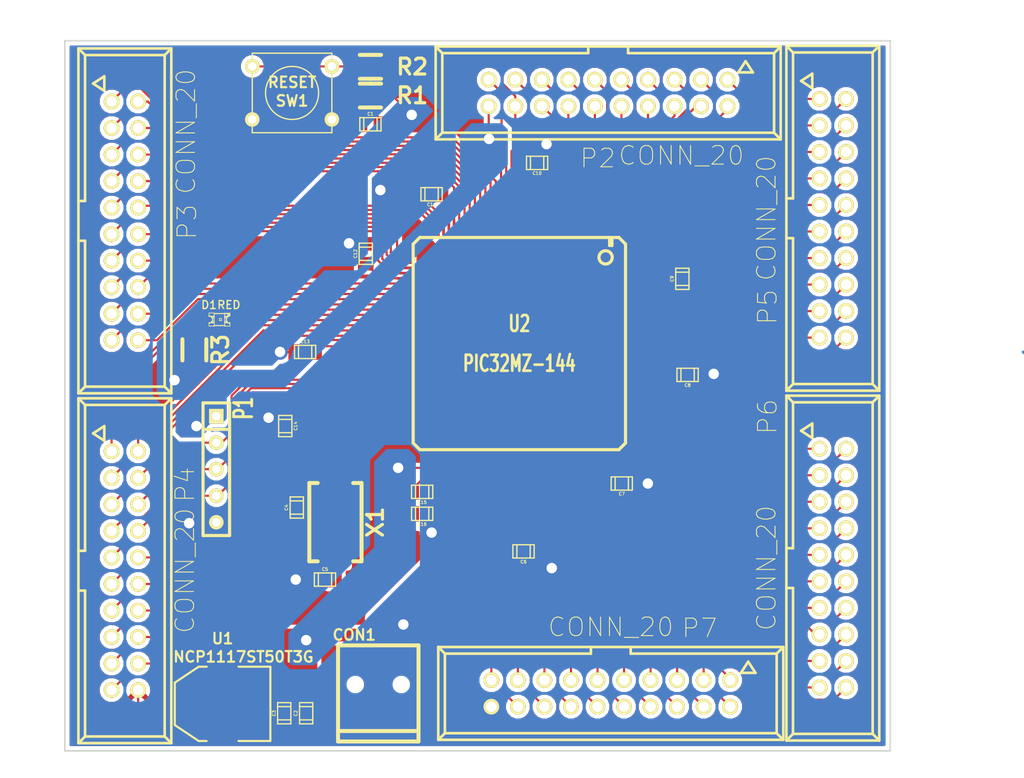
<source format=kicad_pcb>
(kicad_pcb (version 4) (host pcbnew "(2014-09-25 BZR 5147)-product")
  (layers (0 F.Cu signal) (31 B.Cu signal) (34 B.Paste user) (35 F.Paste user) (36 B.SilkS user) (37 F.SilkS user) (38 B.Mask user) (39 F.Mask user) (44 Edge.Cuts user))
  (net 0 "")
  (net 1 "Net-(C1-Pad1)")
  (net 2 GND)
  (net 3 /VBUS)
  (net 4 "Net-(C4-Pad1)")
  (net 5 "Net-(C5-Pad1)")
  (net 6 +3.3V)
  (net 7 /D-)
  (net 8 /D+)
  (net 9 "Net-(CON1-Pad4)")
  (net 10 "Net-(D1-Pad1)")
  (net 11 /LED_GPIO)
  (net 12 /JTAG_TMS)
  (net 13 /JTAG_TCK)
  (net 14 /JTAG_TDI)
  (net 15 /JTAG_TDO)
  (net 16 "Net-(P2-Pad1)")
  (net 17 "Net-(P2-Pad2)")
  (net 18 "Net-(P2-Pad3)")
  (net 19 "Net-(P2-Pad4)")
  (net 20 "Net-(P2-Pad5)")
  (net 21 "Net-(P2-Pad6)")
  (net 22 "Net-(P2-Pad7)")
  (net 23 "Net-(P2-Pad8)")
  (net 24 "Net-(P2-Pad9)")
  (net 25 "Net-(P2-Pad10)")
  (net 26 "Net-(P2-Pad11)")
  (net 27 "Net-(P2-Pad12)")
  (net 28 "Net-(P2-Pad13)")
  (net 29 "Net-(P2-Pad14)")
  (net 30 "Net-(P2-Pad15)")
  (net 31 "Net-(P2-Pad16)")
  (net 32 "Net-(P2-Pad17)")
  (net 33 /MCLR)
  (net 34 "Net-(P2-Pad19)")
  (net 35 "Net-(P3-Pad1)")
  (net 36 "Net-(P3-Pad2)")
  (net 37 "Net-(P3-Pad3)")
  (net 38 "Net-(P3-Pad4)")
  (net 39 "Net-(P3-Pad5)")
  (net 40 "Net-(P3-Pad6)")
  (net 41 "Net-(P3-Pad7)")
  (net 42 "Net-(P3-Pad8)")
  (net 43 "Net-(P3-Pad9)")
  (net 44 "Net-(P3-Pad10)")
  (net 45 "Net-(P3-Pad11)")
  (net 46 "Net-(P3-Pad12)")
  (net 47 "Net-(P3-Pad13)")
  (net 48 "Net-(P3-Pad14)")
  (net 49 "Net-(P3-Pad15)")
  (net 50 "Net-(P3-Pad16)")
  (net 51 "Net-(P3-Pad17)")
  (net 52 "Net-(P3-Pad18)")
  (net 53 "Net-(P3-Pad19)")
  (net 54 "Net-(P3-Pad20)")
  (net 55 "Net-(P4-Pad1)")
  (net 56 "Net-(P4-Pad2)")
  (net 57 "Net-(P4-Pad3)")
  (net 58 "Net-(P4-Pad4)")
  (net 59 "Net-(P4-Pad5)")
  (net 60 "Net-(P4-Pad6)")
  (net 61 "Net-(P4-Pad10)")
  (net 62 "Net-(P4-Pad11)")
  (net 63 "Net-(P4-Pad12)")
  (net 64 "Net-(P4-Pad13)")
  (net 65 "Net-(P4-Pad14)")
  (net 66 "Net-(P4-Pad15)")
  (net 67 "Net-(P4-Pad16)")
  (net 68 "Net-(P4-Pad17)")
  (net 69 "Net-(P4-Pad18)")
  (net 70 "Net-(P4-Pad19)")
  (net 71 "Net-(P5-Pad1)")
  (net 72 "Net-(P5-Pad2)")
  (net 73 "Net-(P5-Pad3)")
  (net 74 "Net-(P5-Pad4)")
  (net 75 "Net-(P5-Pad5)")
  (net 76 "Net-(P5-Pad6)")
  (net 77 "Net-(P5-Pad7)")
  (net 78 "Net-(P5-Pad8)")
  (net 79 "Net-(P5-Pad9)")
  (net 80 "Net-(P5-Pad10)")
  (net 81 "Net-(P5-Pad11)")
  (net 82 "Net-(P5-Pad12)")
  (net 83 "Net-(P5-Pad13)")
  (net 84 "Net-(P5-Pad14)")
  (net 85 "Net-(P5-Pad15)")
  (net 86 "Net-(P5-Pad16)")
  (net 87 "Net-(P5-Pad17)")
  (net 88 "Net-(P5-Pad18)")
  (net 89 "Net-(P5-Pad19)")
  (net 90 "Net-(P5-Pad20)")
  (net 91 "Net-(P6-Pad1)")
  (net 92 "Net-(P6-Pad2)")
  (net 93 "Net-(P6-Pad3)")
  (net 94 "Net-(P6-Pad4)")
  (net 95 "Net-(P6-Pad5)")
  (net 96 "Net-(P6-Pad6)")
  (net 97 "Net-(P6-Pad7)")
  (net 98 "Net-(P6-Pad8)")
  (net 99 "Net-(P6-Pad9)")
  (net 100 "Net-(P6-Pad10)")
  (net 101 "Net-(P6-Pad11)")
  (net 102 "Net-(P6-Pad12)")
  (net 103 "Net-(P6-Pad13)")
  (net 104 "Net-(P6-Pad14)")
  (net 105 "Net-(P6-Pad15)")
  (net 106 "Net-(P6-Pad16)")
  (net 107 "Net-(P6-Pad17)")
  (net 108 "Net-(P6-Pad18)")
  (net 109 "Net-(P6-Pad19)")
  (net 110 "Net-(P6-Pad20)")
  (net 111 "Net-(P7-Pad1)")
  (net 112 "Net-(P7-Pad2)")
  (net 113 "Net-(P7-Pad3)")
  (net 114 "Net-(P7-Pad4)")
  (net 115 "Net-(P7-Pad5)")
  (net 116 "Net-(P7-Pad6)")
  (net 117 "Net-(P7-Pad7)")
  (net 118 "Net-(P7-Pad8)")
  (net 119 "Net-(P7-Pad9)")
  (net 120 "Net-(P7-Pad10)")
  (net 121 "Net-(P7-Pad11)")
  (net 122 "Net-(P7-Pad12)")
  (net 123 "Net-(P7-Pad13)")
  (net 124 "Net-(P7-Pad14)")
  (net 125 "Net-(P7-Pad15)")
  (net 126 "Net-(P7-Pad16)")
  (net 127 "Net-(P7-Pad17)")
  (net 128 "Net-(P7-Pad18)")
  (net 129 "Net-(P7-Pad19)")
  (module Capacitors_SMD:c_0805 (layer F.Cu) (at 134.25 84)
    (fp_text reference C1 (at 0 -0.9906) (layer F.SilkS) (effects (font (size 0.29972 0.29972) (thickness 0.06096))))
    (fp_text value 1u hide)
    (pad 1 smd rect (at 0.9525 0) (size 1.30048 1.4986) (layers F.Cu F.Paste F.Mask) (net 1 "Net-(C1-Pad1)"))
    (pad 2 smd rect (at -0.9525 0) (size 1.30048 1.4986) (layers F.Cu F.Paste F.Mask) (net 2 GND))
  )
  (module Capacitors_SMD:c_0805 (layer F.Cu) (at 128.1 140.4 90)
    (fp_text reference C2 (at 0 -0.9906 90) (layer F.SilkS) (effects (font (size 0.29972 0.29972) (thickness 0.06096))))
    (fp_text value 10u hide)
    (pad 1 smd rect (at 0.9525 0 90) (size 1.30048 1.4986) (layers F.Cu F.Paste F.Mask) (net 3 /VBUS))
    (pad 2 smd rect (at -0.9525 0 90) (size 1.30048 1.4986) (layers F.Cu F.Paste F.Mask) (net 2 GND))
  )
  (module Capacitors_SMD:c_0805 (layer F.Cu) (at 126 140.4 90)
    (fp_text reference C3 (at 0 -0.9906 90) (layer F.SilkS) (effects (font (size 0.29972 0.29972) (thickness 0.06096))))
    (fp_text value 10u hide)
    (pad 1 smd rect (at 0.9525 0 90) (size 1.30048 1.4986) (layers F.Cu F.Paste F.Mask) (net 6 +3.3V))
    (pad 2 smd rect (at -0.9525 0 90) (size 1.30048 1.4986) (layers F.Cu F.Paste F.Mask) (net 2 GND))
  )
  (module Capacitors_SMD:c_0805 (layer F.Cu) (at 127.2 120.7 90)
    (fp_text reference C4 (at 0 -0.9906 90) (layer F.SilkS) (effects (font (size 0.29972 0.29972) (thickness 0.06096))))
    (fp_text value 10p hide)
    (pad 1 smd rect (at 0.9525 0 90) (size 1.30048 1.4986) (layers F.Cu F.Paste F.Mask) (net 4 "Net-(C4-Pad1)"))
    (pad 2 smd rect (at -0.9525 0 90) (size 1.30048 1.4986) (layers F.Cu F.Paste F.Mask) (net 2 GND))
  )
  (module Capacitors_SMD:c_0805 (layer F.Cu) (at 129.9 127.6)
    (fp_text reference C5 (at 0 -0.9906) (layer F.SilkS) (effects (font (size 0.29972 0.29972) (thickness 0.06096))))
    (fp_text value 10p hide)
    (pad 1 smd rect (at 0.9525 0) (size 1.30048 1.4986) (layers F.Cu F.Paste F.Mask) (net 5 "Net-(C5-Pad1)"))
    (pad 2 smd rect (at -0.9525 0) (size 1.30048 1.4986) (layers F.Cu F.Paste F.Mask) (net 2 GND))
  )
  (module Capacitors_SMD:c_0805 (layer F.Cu) (at 148.9 124.9 180)
    (fp_text reference C6 (at 0 -0.9906 180) (layer F.SilkS) (effects (font (size 0.29972 0.29972) (thickness 0.06096))))
    (fp_text value 100n hide)
    (pad 1 smd rect (at 0.9525 0 180) (size 1.30048 1.4986) (layers F.Cu F.Paste F.Mask) (net 6 +3.3V))
    (pad 2 smd rect (at -0.9525 0 180) (size 1.30048 1.4986) (layers F.Cu F.Paste F.Mask) (net 2 GND))
  )
  (module Capacitors_SMD:c_0805 (layer F.Cu) (at 158.3 118.4 180)
    (fp_text reference C7 (at 0 -0.9906 180) (layer F.SilkS) (effects (font (size 0.29972 0.29972) (thickness 0.06096))))
    (fp_text value 100n hide)
    (pad 1 smd rect (at 0.9525 0 180) (size 1.30048 1.4986) (layers F.Cu F.Paste F.Mask) (net 6 +3.3V))
    (pad 2 smd rect (at -0.9525 0 180) (size 1.30048 1.4986) (layers F.Cu F.Paste F.Mask) (net 2 GND))
  )
  (module Capacitors_SMD:c_0805 (layer F.Cu) (at 164.6 108 180)
    (fp_text reference C8 (at 0 -0.9906 180) (layer F.SilkS) (effects (font (size 0.29972 0.29972) (thickness 0.06096))))
    (fp_text value 100n hide)
    (pad 1 smd rect (at 0.9525 0 180) (size 1.30048 1.4986) (layers F.Cu F.Paste F.Mask) (net 6 +3.3V))
    (pad 2 smd rect (at -0.9525 0 180) (size 1.30048 1.4986) (layers F.Cu F.Paste F.Mask) (net 2 GND))
  )
  (module Capacitors_SMD:c_0805 (layer F.Cu) (at 164.1 98.8 90)
    (fp_text reference C9 (at 0 -0.9906 90) (layer F.SilkS) (effects (font (size 0.29972 0.29972) (thickness 0.06096))))
    (fp_text value 100n hide)
    (pad 1 smd rect (at 0.9525 0 90) (size 1.30048 1.4986) (layers F.Cu F.Paste F.Mask) (net 6 +3.3V))
    (pad 2 smd rect (at -0.9525 0 90) (size 1.30048 1.4986) (layers F.Cu F.Paste F.Mask) (net 2 GND))
  )
  (module Capacitors_SMD:c_0805 (layer F.Cu) (at 150.2 87.7 180)
    (fp_text reference C10 (at 0 -0.9906 180) (layer F.SilkS) (effects (font (size 0.29972 0.29972) (thickness 0.06096))))
    (fp_text value 100n hide)
    (pad 1 smd rect (at 0.9525 0 180) (size 1.30048 1.4986) (layers F.Cu F.Paste F.Mask) (net 6 +3.3V))
    (pad 2 smd rect (at -0.9525 0 180) (size 1.30048 1.4986) (layers F.Cu F.Paste F.Mask) (net 2 GND))
  )
  (module Capacitors_SMD:c_0805 (layer F.Cu) (at 140.1 90.7 180)
    (fp_text reference C11 (at 0 -0.9906 180) (layer F.SilkS) (effects (font (size 0.29972 0.29972) (thickness 0.06096))))
    (fp_text value 100n hide)
    (pad 1 smd rect (at 0.9525 0 180) (size 1.30048 1.4986) (layers F.Cu F.Paste F.Mask) (net 6 +3.3V))
    (pad 2 smd rect (at -0.9525 0 180) (size 1.30048 1.4986) (layers F.Cu F.Paste F.Mask) (net 2 GND))
  )
  (module Capacitors_SMD:c_0805 (layer F.Cu) (at 133.8 96.4 90)
    (fp_text reference C12 (at 0 -0.9906 90) (layer F.SilkS) (effects (font (size 0.29972 0.29972) (thickness 0.06096))))
    (fp_text value 100n hide)
    (pad 1 smd rect (at 0.9525 0 90) (size 1.30048 1.4986) (layers F.Cu F.Paste F.Mask) (net 6 +3.3V))
    (pad 2 smd rect (at -0.9525 0 90) (size 1.30048 1.4986) (layers F.Cu F.Paste F.Mask) (net 2 GND))
  )
  (module Capacitors_SMD:c_0805 (layer F.Cu) (at 128 105.8)
    (fp_text reference C13 (at 0 -0.9906) (layer F.SilkS) (effects (font (size 0.29972 0.29972) (thickness 0.06096))))
    (fp_text value 100n hide)
    (pad 1 smd rect (at 0.9525 0) (size 1.30048 1.4986) (layers F.Cu F.Paste F.Mask) (net 6 +3.3V))
    (pad 2 smd rect (at -0.9525 0) (size 1.30048 1.4986) (layers F.Cu F.Paste F.Mask) (net 2 GND))
  )
  (module Capacitors_SMD:c_0805 (layer F.Cu) (at 126.1 112.9 270)
    (fp_text reference C14 (at 0 -0.9906 270) (layer F.SilkS) (effects (font (size 0.29972 0.29972) (thickness 0.06096))))
    (fp_text value 100n hide)
    (pad 1 smd rect (at 0.9525 0 270) (size 1.30048 1.4986) (layers F.Cu F.Paste F.Mask) (net 6 +3.3V))
    (pad 2 smd rect (at -0.9525 0 270) (size 1.30048 1.4986) (layers F.Cu F.Paste F.Mask) (net 2 GND))
  )
  (module Capacitors_SMD:c_0805 (layer F.Cu) (at 139.2 119.2 180)
    (fp_text reference C15 (at 0 -0.9906 180) (layer F.SilkS) (effects (font (size 0.29972 0.29972) (thickness 0.06096))))
    (fp_text value 1u hide)
    (pad 1 smd rect (at 0.9525 0 180) (size 1.30048 1.4986) (layers F.Cu F.Paste F.Mask) (net 6 +3.3V))
    (pad 2 smd rect (at -0.9525 0 180) (size 1.30048 1.4986) (layers F.Cu F.Paste F.Mask) (net 2 GND))
  )
  (module Capacitors_SMD:c_0805 (layer F.Cu) (at 139.2 121.3 180)
    (fp_text reference C16 (at 0 -0.9906 180) (layer F.SilkS) (effects (font (size 0.29972 0.29972) (thickness 0.06096))))
    (fp_text value 100n hide)
    (pad 1 smd rect (at 0.9525 0 180) (size 1.30048 1.4986) (layers F.Cu F.Paste F.Mask) (net 6 +3.3V))
    (pad 2 smd rect (at -0.9525 0 180) (size 1.30048 1.4986) (layers F.Cu F.Paste F.Mask) (net 2 GND))
  )
  (module Connect:USB_MINI_B (layer F.Cu) (at 135 138.5 90)
    (fp_text reference CON1 (at 5.6 -2.3 180) (layer F.SilkS) (effects (font (size 1.016 1.016) (thickness 0.2032))))
    (fp_text value USB-MINI-B hide)
    (pad 1 smd rect (at 3.44932 -1.6002 90) (size 2.30124 0.50038) (layers F.Cu F.Paste F.Mask) (net 3 /VBUS))
    (pad 2 smd rect (at 3.44932 -0.8001 90) (size 2.30124 0.50038) (layers F.Cu F.Paste F.Mask) (net 7 /D-))
    (pad 3 smd rect (at 3.44932 0 90) (size 2.30124 0.50038) (layers F.Cu F.Paste F.Mask) (net 8 /D+))
    (pad 4 smd rect (at 3.44932 0.8001 90) (size 2.30124 0.50038) (layers F.Cu F.Paste F.Mask) (net 9 "Net-(CON1-Pad4)"))
    (pad 5 smd rect (at 3.44932 1.6002 90) (size 2.30124 0.50038) (layers F.Cu F.Paste F.Mask) (net 2 GND))
    (pad 6 smd rect (at 3.35026 -4.45008 90) (size 2.49936 1.99898) (layers F.Cu F.Paste F.Mask) (net 2 GND))
    (pad 7 smd rect (at -2.14884 -4.45008 90) (size 2.49936 1.99898) (layers F.Cu F.Paste F.Mask) (net 2 GND))
    (pad 8 smd rect (at 3.35026 4.45008 90) (size 2.49936 1.99898) (layers F.Cu F.Paste F.Mask) (net 2 GND))
    (pad 9 smd rect (at -2.14884 4.45008 90) (size 2.49936 1.99898) (layers F.Cu F.Paste F.Mask) (net 2 GND))
    (pad "" np_thru_hole circle (at 0.8509 -2.19964 90) (size 0.89916 0.89916) (drill 0.89916) (layers *.Cu *.Mask F.SilkS))
    (pad "" np_thru_hole circle (at 0.8509 2.19964 90) (size 0.89916 0.89916) (drill 0.89916) (layers *.Cu *.Mask F.SilkS))
  )
  (module LEDs:LED-0805 (layer F.Cu) (at 119.8 102.7)
    (fp_text reference D1 (at -1 -1.4) (layer F.SilkS) (effects (font (size 0.762 0.762) (thickness 0.127))))
    (fp_text value RED (at 0.9 -1.4) (layer F.SilkS) (effects (font (size 0.762 0.762) (thickness 0.127))))
    (pad 1 smd rect (at -1.04902 0) (size 1.19888 1.19888) (layers F.Cu F.Paste F.Mask) (net 10 "Net-(D1-Pad1)"))
    (pad 2 smd rect (at 1.04902 0) (size 1.19888 1.19888) (layers F.Cu F.Paste F.Mask) (net 11 /LED_GPIO))
  )
  (module Connect:SIL-5 (layer F.Cu) (at 119.5 118.3 270)
    (fp_text reference P1 (at -7.1 -2.6 270) (layer F.SilkS) (effects (font (size 1.72974 1.08712) (thickness 0.3048))))
    (fp_text value JTAG hide)
    (pad 1 thru_hole rect (at -6.35 0 270) (size 1.397 1.397) (drill 0.8128) (layers *.Cu *.Mask F.SilkS) (net 12 /JTAG_TMS))
    (pad 2 thru_hole circle (at -3.81 0 270) (size 1.397 1.397) (drill 0.8128) (layers *.Cu *.Mask F.SilkS) (net 13 /JTAG_TCK))
    (pad 3 thru_hole circle (at -1.27 0 270) (size 1.397 1.397) (drill 0.8128) (layers *.Cu *.Mask F.SilkS) (net 14 /JTAG_TDI))
    (pad 4 thru_hole circle (at 1.27 0 270) (size 1.397 1.397) (drill 0.8128) (layers *.Cu *.Mask F.SilkS) (net 15 /JTAG_TDO))
    (pad 5 thru_hole circle (at 3.81 0 270) (size 1.397 1.397) (drill 0.8128) (layers *.Cu *.Mask F.SilkS) (net 2 GND))
  )
  (module Connect:VASCH10x2 (layer F.Cu) (at 157 81 180)
    (fp_text reference P2 (at 1 -6.25 180) (layer F.SilkS) (effects (font (size 1.778 1.778) (thickness 0.0889))))
    (fp_text value CONN_20 (at -7 -6 180) (layer F.SilkS) (effects (font (size 1.778 1.778) (thickness 0.0889))))
    (pad 1 thru_hole circle (at -11.43 1.27 180) (size 1.50622 1.50622) (drill 0.99822) (layers *.Cu F.Paste F.SilkS F.Mask) (net 16 "Net-(P2-Pad1)"))
    (pad 2 thru_hole circle (at -11.43 -1.27 180) (size 1.50622 1.50622) (drill 0.99822) (layers *.Cu F.Paste F.SilkS F.Mask) (net 17 "Net-(P2-Pad2)"))
    (pad 3 thru_hole circle (at -8.89 1.27 180) (size 1.50622 1.50622) (drill 0.99822) (layers *.Cu F.Paste F.SilkS F.Mask) (net 18 "Net-(P2-Pad3)"))
    (pad 4 thru_hole circle (at -8.89 -1.27 180) (size 1.50622 1.50622) (drill 0.99822) (layers *.Cu F.Paste F.SilkS F.Mask) (net 19 "Net-(P2-Pad4)"))
    (pad 5 thru_hole circle (at -6.35 1.27 180) (size 1.50622 1.50622) (drill 0.99822) (layers *.Cu F.Paste F.SilkS F.Mask) (net 20 "Net-(P2-Pad5)"))
    (pad 6 thru_hole circle (at -6.35 -1.27 180) (size 1.50622 1.50622) (drill 0.99822) (layers *.Cu F.Paste F.SilkS F.Mask) (net 21 "Net-(P2-Pad6)"))
    (pad 7 thru_hole circle (at -3.81 1.27 180) (size 1.50622 1.50622) (drill 0.99822) (layers *.Cu F.Paste F.SilkS F.Mask) (net 22 "Net-(P2-Pad7)"))
    (pad 8 thru_hole circle (at -3.81 -1.27 180) (size 1.50622 1.50622) (drill 0.99822) (layers *.Cu F.Paste F.SilkS F.Mask) (net 23 "Net-(P2-Pad8)"))
    (pad 9 thru_hole circle (at -1.27 1.27 180) (size 1.50622 1.50622) (drill 0.99822) (layers *.Cu F.Paste F.SilkS F.Mask) (net 24 "Net-(P2-Pad9)"))
    (pad 10 thru_hole circle (at -1.27 -1.27 180) (size 1.50622 1.50622) (drill 0.99822) (layers *.Cu F.Paste F.SilkS F.Mask) (net 25 "Net-(P2-Pad10)"))
    (pad 11 thru_hole circle (at 1.27 1.27 180) (size 1.50622 1.50622) (drill 0.99822) (layers *.Cu F.Paste F.SilkS F.Mask) (net 26 "Net-(P2-Pad11)"))
    (pad 12 thru_hole circle (at 1.27 -1.27 180) (size 1.50622 1.50622) (drill 0.99822) (layers *.Cu F.Paste F.SilkS F.Mask) (net 27 "Net-(P2-Pad12)"))
    (pad 13 thru_hole circle (at 3.81 1.27 180) (size 1.50622 1.50622) (drill 0.99822) (layers *.Cu F.Paste F.SilkS F.Mask) (net 28 "Net-(P2-Pad13)"))
    (pad 14 thru_hole circle (at 3.81 -1.27 180) (size 1.50622 1.50622) (drill 0.99822) (layers *.Cu F.Paste F.SilkS F.Mask) (net 29 "Net-(P2-Pad14)"))
    (pad 15 thru_hole circle (at 6.35 1.27 180) (size 1.50622 1.50622) (drill 0.99822) (layers *.Cu F.Paste F.SilkS F.Mask) (net 30 "Net-(P2-Pad15)"))
    (pad 16 thru_hole circle (at 6.35 -1.27 180) (size 1.50622 1.50622) (drill 0.99822) (layers *.Cu F.Paste F.SilkS F.Mask) (net 31 "Net-(P2-Pad16)"))
    (pad 17 thru_hole circle (at 8.89 1.27 180) (size 1.50622 1.50622) (drill 0.99822) (layers *.Cu F.Paste F.SilkS F.Mask) (net 32 "Net-(P2-Pad17)"))
    (pad 18 thru_hole circle (at 8.89 -1.27 180) (size 1.50622 1.50622) (drill 0.99822) (layers *.Cu F.Paste F.SilkS F.Mask) (net 33 /MCLR))
    (pad 19 thru_hole circle (at 11.43 1.27 180) (size 1.50622 1.50622) (drill 0.99822) (layers *.Cu F.Paste F.SilkS F.Mask) (net 34 "Net-(P2-Pad19)"))
    (pad 20 thru_hole circle (at 11.43 -1.27 180) (size 1.50622 1.50622) (drill 0.99822) (layers *.Cu F.Paste F.SilkS F.Mask) (net 12 /JTAG_TMS))
  )
  (module Connect:VASCH10x2 (layer F.Cu) (at 110.75 93.25 270)
    (fp_text reference P3 (at 0.1 -5.95 270) (layer F.SilkS) (effects (font (size 1.778 1.778) (thickness 0.0889))))
    (fp_text value CONN_20 (at -8.55 -5.85 270) (layer F.SilkS) (effects (font (size 1.778 1.778) (thickness 0.0889))))
    (pad 1 thru_hole circle (at -11.43 1.27 270) (size 1.50622 1.50622) (drill 0.99822) (layers *.Cu F.Paste F.SilkS F.Mask) (net 35 "Net-(P3-Pad1)"))
    (pad 2 thru_hole circle (at -11.43 -1.27 270) (size 1.50622 1.50622) (drill 0.99822) (layers *.Cu F.Paste F.SilkS F.Mask) (net 36 "Net-(P3-Pad2)"))
    (pad 3 thru_hole circle (at -8.89 1.27 270) (size 1.50622 1.50622) (drill 0.99822) (layers *.Cu F.Paste F.SilkS F.Mask) (net 37 "Net-(P3-Pad3)"))
    (pad 4 thru_hole circle (at -8.89 -1.27 270) (size 1.50622 1.50622) (drill 0.99822) (layers *.Cu F.Paste F.SilkS F.Mask) (net 38 "Net-(P3-Pad4)"))
    (pad 5 thru_hole circle (at -6.35 1.27 270) (size 1.50622 1.50622) (drill 0.99822) (layers *.Cu F.Paste F.SilkS F.Mask) (net 39 "Net-(P3-Pad5)"))
    (pad 6 thru_hole circle (at -6.35 -1.27 270) (size 1.50622 1.50622) (drill 0.99822) (layers *.Cu F.Paste F.SilkS F.Mask) (net 40 "Net-(P3-Pad6)"))
    (pad 7 thru_hole circle (at -3.81 1.27 270) (size 1.50622 1.50622) (drill 0.99822) (layers *.Cu F.Paste F.SilkS F.Mask) (net 41 "Net-(P3-Pad7)"))
    (pad 8 thru_hole circle (at -3.81 -1.27 270) (size 1.50622 1.50622) (drill 0.99822) (layers *.Cu F.Paste F.SilkS F.Mask) (net 42 "Net-(P3-Pad8)"))
    (pad 9 thru_hole circle (at -1.27 1.27 270) (size 1.50622 1.50622) (drill 0.99822) (layers *.Cu F.Paste F.SilkS F.Mask) (net 43 "Net-(P3-Pad9)"))
    (pad 10 thru_hole circle (at -1.27 -1.27 270) (size 1.50622 1.50622) (drill 0.99822) (layers *.Cu F.Paste F.SilkS F.Mask) (net 44 "Net-(P3-Pad10)"))
    (pad 11 thru_hole circle (at 1.27 1.27 270) (size 1.50622 1.50622) (drill 0.99822) (layers *.Cu F.Paste F.SilkS F.Mask) (net 45 "Net-(P3-Pad11)"))
    (pad 12 thru_hole circle (at 1.27 -1.27 270) (size 1.50622 1.50622) (drill 0.99822) (layers *.Cu F.Paste F.SilkS F.Mask) (net 46 "Net-(P3-Pad12)"))
    (pad 13 thru_hole circle (at 3.81 1.27 270) (size 1.50622 1.50622) (drill 0.99822) (layers *.Cu F.Paste F.SilkS F.Mask) (net 47 "Net-(P3-Pad13)"))
    (pad 14 thru_hole circle (at 3.81 -1.27 270) (size 1.50622 1.50622) (drill 0.99822) (layers *.Cu F.Paste F.SilkS F.Mask) (net 48 "Net-(P3-Pad14)"))
    (pad 15 thru_hole circle (at 6.35 1.27 270) (size 1.50622 1.50622) (drill 0.99822) (layers *.Cu F.Paste F.SilkS F.Mask) (net 49 "Net-(P3-Pad15)"))
    (pad 16 thru_hole circle (at 6.35 -1.27 270) (size 1.50622 1.50622) (drill 0.99822) (layers *.Cu F.Paste F.SilkS F.Mask) (net 50 "Net-(P3-Pad16)"))
    (pad 17 thru_hole circle (at 8.89 1.27 270) (size 1.50622 1.50622) (drill 0.99822) (layers *.Cu F.Paste F.SilkS F.Mask) (net 51 "Net-(P3-Pad17)"))
    (pad 18 thru_hole circle (at 8.89 -1.27 270) (size 1.50622 1.50622) (drill 0.99822) (layers *.Cu F.Paste F.SilkS F.Mask) (net 52 "Net-(P3-Pad18)"))
    (pad 19 thru_hole circle (at 11.43 1.27 270) (size 1.50622 1.50622) (drill 0.99822) (layers *.Cu F.Paste F.SilkS F.Mask) (net 53 "Net-(P3-Pad19)"))
    (pad 20 thru_hole circle (at 11.43 -1.27 270) (size 1.50622 1.50622) (drill 0.99822) (layers *.Cu F.Paste F.SilkS F.Mask) (net 54 "Net-(P3-Pad20)"))
  )
  (module Connect:VASCH10x2 (layer F.Cu) (at 110.75 126.75 270)
    (fp_text reference P4 (at -8.25 -5.75 270) (layer F.SilkS) (effects (font (size 1.778 1.778) (thickness 0.0889))))
    (fp_text value CONN_20 (at 0 -5.75 270) (layer F.SilkS) (effects (font (size 1.778 1.778) (thickness 0.0889))))
    (pad 1 thru_hole circle (at -11.43 1.27 270) (size 1.50622 1.50622) (drill 0.99822) (layers *.Cu F.Paste F.SilkS F.Mask) (net 55 "Net-(P4-Pad1)"))
    (pad 2 thru_hole circle (at -11.43 -1.27 270) (size 1.50622 1.50622) (drill 0.99822) (layers *.Cu F.Paste F.SilkS F.Mask) (net 56 "Net-(P4-Pad2)"))
    (pad 3 thru_hole circle (at -8.89 1.27 270) (size 1.50622 1.50622) (drill 0.99822) (layers *.Cu F.Paste F.SilkS F.Mask) (net 57 "Net-(P4-Pad3)"))
    (pad 4 thru_hole circle (at -8.89 -1.27 270) (size 1.50622 1.50622) (drill 0.99822) (layers *.Cu F.Paste F.SilkS F.Mask) (net 58 "Net-(P4-Pad4)"))
    (pad 5 thru_hole circle (at -6.35 1.27 270) (size 1.50622 1.50622) (drill 0.99822) (layers *.Cu F.Paste F.SilkS F.Mask) (net 59 "Net-(P4-Pad5)"))
    (pad 6 thru_hole circle (at -6.35 -1.27 270) (size 1.50622 1.50622) (drill 0.99822) (layers *.Cu F.Paste F.SilkS F.Mask) (net 60 "Net-(P4-Pad6)"))
    (pad 7 thru_hole circle (at -3.81 1.27 270) (size 1.50622 1.50622) (drill 0.99822) (layers *.Cu F.Paste F.SilkS F.Mask) (net 13 /JTAG_TCK))
    (pad 8 thru_hole circle (at -3.81 -1.27 270) (size 1.50622 1.50622) (drill 0.99822) (layers *.Cu F.Paste F.SilkS F.Mask) (net 14 /JTAG_TDI))
    (pad 9 thru_hole circle (at -1.27 1.27 270) (size 1.50622 1.50622) (drill 0.99822) (layers *.Cu F.Paste F.SilkS F.Mask) (net 15 /JTAG_TDO))
    (pad 10 thru_hole circle (at -1.27 -1.27 270) (size 1.50622 1.50622) (drill 0.99822) (layers *.Cu F.Paste F.SilkS F.Mask) (net 61 "Net-(P4-Pad10)"))
    (pad 11 thru_hole circle (at 1.27 1.27 270) (size 1.50622 1.50622) (drill 0.99822) (layers *.Cu F.Paste F.SilkS F.Mask) (net 62 "Net-(P4-Pad11)"))
    (pad 12 thru_hole circle (at 1.27 -1.27 270) (size 1.50622 1.50622) (drill 0.99822) (layers *.Cu F.Paste F.SilkS F.Mask) (net 63 "Net-(P4-Pad12)"))
    (pad 13 thru_hole circle (at 3.81 1.27 270) (size 1.50622 1.50622) (drill 0.99822) (layers *.Cu F.Paste F.SilkS F.Mask) (net 64 "Net-(P4-Pad13)"))
    (pad 14 thru_hole circle (at 3.81 -1.27 270) (size 1.50622 1.50622) (drill 0.99822) (layers *.Cu F.Paste F.SilkS F.Mask) (net 65 "Net-(P4-Pad14)"))
    (pad 15 thru_hole circle (at 6.35 1.27 270) (size 1.50622 1.50622) (drill 0.99822) (layers *.Cu F.Paste F.SilkS F.Mask) (net 66 "Net-(P4-Pad15)"))
    (pad 16 thru_hole circle (at 6.35 -1.27 270) (size 1.50622 1.50622) (drill 0.99822) (layers *.Cu F.Paste F.SilkS F.Mask) (net 67 "Net-(P4-Pad16)"))
    (pad 17 thru_hole circle (at 8.89 1.27 270) (size 1.50622 1.50622) (drill 0.99822) (layers *.Cu F.Paste F.SilkS F.Mask) (net 68 "Net-(P4-Pad17)"))
    (pad 18 thru_hole circle (at 8.89 -1.27 270) (size 1.50622 1.50622) (drill 0.99822) (layers *.Cu F.Paste F.SilkS F.Mask) (net 69 "Net-(P4-Pad18)"))
    (pad 19 thru_hole circle (at 11.43 1.27 270) (size 1.50622 1.50622) (drill 0.99822) (layers *.Cu F.Paste F.SilkS F.Mask) (net 70 "Net-(P4-Pad19)"))
    (pad 20 thru_hole circle (at 11.43 -1.27 270) (size 1.50622 1.50622) (drill 0.99822) (layers *.Cu F.Paste F.SilkS F.Mask) (net 6 +3.3V))
  )
  (module Connect:VASCH10x2 (layer F.Cu) (at 178.5 93 270)
    (fp_text reference P5 (at 8.5 6.25 270) (layer F.SilkS) (effects (font (size 1.778 1.778) (thickness 0.0889))))
    (fp_text value CONN_20 (at 0 6.35 270) (layer F.SilkS) (effects (font (size 1.778 1.778) (thickness 0.0889))))
    (pad 1 thru_hole circle (at -11.43 1.27 270) (size 1.50622 1.50622) (drill 0.99822) (layers *.Cu F.Paste F.SilkS F.Mask) (net 71 "Net-(P5-Pad1)"))
    (pad 2 thru_hole circle (at -11.43 -1.27 270) (size 1.50622 1.50622) (drill 0.99822) (layers *.Cu F.Paste F.SilkS F.Mask) (net 72 "Net-(P5-Pad2)"))
    (pad 3 thru_hole circle (at -8.89 1.27 270) (size 1.50622 1.50622) (drill 0.99822) (layers *.Cu F.Paste F.SilkS F.Mask) (net 73 "Net-(P5-Pad3)"))
    (pad 4 thru_hole circle (at -8.89 -1.27 270) (size 1.50622 1.50622) (drill 0.99822) (layers *.Cu F.Paste F.SilkS F.Mask) (net 74 "Net-(P5-Pad4)"))
    (pad 5 thru_hole circle (at -6.35 1.27 270) (size 1.50622 1.50622) (drill 0.99822) (layers *.Cu F.Paste F.SilkS F.Mask) (net 75 "Net-(P5-Pad5)"))
    (pad 6 thru_hole circle (at -6.35 -1.27 270) (size 1.50622 1.50622) (drill 0.99822) (layers *.Cu F.Paste F.SilkS F.Mask) (net 76 "Net-(P5-Pad6)"))
    (pad 7 thru_hole circle (at -3.81 1.27 270) (size 1.50622 1.50622) (drill 0.99822) (layers *.Cu F.Paste F.SilkS F.Mask) (net 77 "Net-(P5-Pad7)"))
    (pad 8 thru_hole circle (at -3.81 -1.27 270) (size 1.50622 1.50622) (drill 0.99822) (layers *.Cu F.Paste F.SilkS F.Mask) (net 78 "Net-(P5-Pad8)"))
    (pad 9 thru_hole circle (at -1.27 1.27 270) (size 1.50622 1.50622) (drill 0.99822) (layers *.Cu F.Paste F.SilkS F.Mask) (net 79 "Net-(P5-Pad9)"))
    (pad 10 thru_hole circle (at -1.27 -1.27 270) (size 1.50622 1.50622) (drill 0.99822) (layers *.Cu F.Paste F.SilkS F.Mask) (net 80 "Net-(P5-Pad10)"))
    (pad 11 thru_hole circle (at 1.27 1.27 270) (size 1.50622 1.50622) (drill 0.99822) (layers *.Cu F.Paste F.SilkS F.Mask) (net 81 "Net-(P5-Pad11)"))
    (pad 12 thru_hole circle (at 1.27 -1.27 270) (size 1.50622 1.50622) (drill 0.99822) (layers *.Cu F.Paste F.SilkS F.Mask) (net 82 "Net-(P5-Pad12)"))
    (pad 13 thru_hole circle (at 3.81 1.27 270) (size 1.50622 1.50622) (drill 0.99822) (layers *.Cu F.Paste F.SilkS F.Mask) (net 83 "Net-(P5-Pad13)"))
    (pad 14 thru_hole circle (at 3.81 -1.27 270) (size 1.50622 1.50622) (drill 0.99822) (layers *.Cu F.Paste F.SilkS F.Mask) (net 84 "Net-(P5-Pad14)"))
    (pad 15 thru_hole circle (at 6.35 1.27 270) (size 1.50622 1.50622) (drill 0.99822) (layers *.Cu F.Paste F.SilkS F.Mask) (net 85 "Net-(P5-Pad15)"))
    (pad 16 thru_hole circle (at 6.35 -1.27 270) (size 1.50622 1.50622) (drill 0.99822) (layers *.Cu F.Paste F.SilkS F.Mask) (net 86 "Net-(P5-Pad16)"))
    (pad 17 thru_hole circle (at 8.89 1.27 270) (size 1.50622 1.50622) (drill 0.99822) (layers *.Cu F.Paste F.SilkS F.Mask) (net 87 "Net-(P5-Pad17)"))
    (pad 18 thru_hole circle (at 8.89 -1.27 270) (size 1.50622 1.50622) (drill 0.99822) (layers *.Cu F.Paste F.SilkS F.Mask) (net 88 "Net-(P5-Pad18)"))
    (pad 19 thru_hole circle (at 11.43 1.27 270) (size 1.50622 1.50622) (drill 0.99822) (layers *.Cu F.Paste F.SilkS F.Mask) (net 89 "Net-(P5-Pad19)"))
    (pad 20 thru_hole circle (at 11.43 -1.27 270) (size 1.50622 1.50622) (drill 0.99822) (layers *.Cu F.Paste F.SilkS F.Mask) (net 90 "Net-(P5-Pad20)"))
  )
  (module Connect:VASCH10x2 (layer F.Cu) (at 178.5 126.5 270)
    (fp_text reference P6 (at -14.5 6.25 270) (layer F.SilkS) (effects (font (size 1.778 1.778) (thickness 0.0889))))
    (fp_text value CONN_20 (at 0 6.35 270) (layer F.SilkS) (effects (font (size 1.778 1.778) (thickness 0.0889))))
    (pad 1 thru_hole circle (at -11.43 1.27 270) (size 1.50622 1.50622) (drill 0.99822) (layers *.Cu F.Paste F.SilkS F.Mask) (net 91 "Net-(P6-Pad1)"))
    (pad 2 thru_hole circle (at -11.43 -1.27 270) (size 1.50622 1.50622) (drill 0.99822) (layers *.Cu F.Paste F.SilkS F.Mask) (net 92 "Net-(P6-Pad2)"))
    (pad 3 thru_hole circle (at -8.89 1.27 270) (size 1.50622 1.50622) (drill 0.99822) (layers *.Cu F.Paste F.SilkS F.Mask) (net 93 "Net-(P6-Pad3)"))
    (pad 4 thru_hole circle (at -8.89 -1.27 270) (size 1.50622 1.50622) (drill 0.99822) (layers *.Cu F.Paste F.SilkS F.Mask) (net 94 "Net-(P6-Pad4)"))
    (pad 5 thru_hole circle (at -6.35 1.27 270) (size 1.50622 1.50622) (drill 0.99822) (layers *.Cu F.Paste F.SilkS F.Mask) (net 95 "Net-(P6-Pad5)"))
    (pad 6 thru_hole circle (at -6.35 -1.27 270) (size 1.50622 1.50622) (drill 0.99822) (layers *.Cu F.Paste F.SilkS F.Mask) (net 96 "Net-(P6-Pad6)"))
    (pad 7 thru_hole circle (at -3.81 1.27 270) (size 1.50622 1.50622) (drill 0.99822) (layers *.Cu F.Paste F.SilkS F.Mask) (net 97 "Net-(P6-Pad7)"))
    (pad 8 thru_hole circle (at -3.81 -1.27 270) (size 1.50622 1.50622) (drill 0.99822) (layers *.Cu F.Paste F.SilkS F.Mask) (net 98 "Net-(P6-Pad8)"))
    (pad 9 thru_hole circle (at -1.27 1.27 270) (size 1.50622 1.50622) (drill 0.99822) (layers *.Cu F.Paste F.SilkS F.Mask) (net 99 "Net-(P6-Pad9)"))
    (pad 10 thru_hole circle (at -1.27 -1.27 270) (size 1.50622 1.50622) (drill 0.99822) (layers *.Cu F.Paste F.SilkS F.Mask) (net 100 "Net-(P6-Pad10)"))
    (pad 11 thru_hole circle (at 1.27 1.27 270) (size 1.50622 1.50622) (drill 0.99822) (layers *.Cu F.Paste F.SilkS F.Mask) (net 101 "Net-(P6-Pad11)"))
    (pad 12 thru_hole circle (at 1.27 -1.27 270) (size 1.50622 1.50622) (drill 0.99822) (layers *.Cu F.Paste F.SilkS F.Mask) (net 102 "Net-(P6-Pad12)"))
    (pad 13 thru_hole circle (at 3.81 1.27 270) (size 1.50622 1.50622) (drill 0.99822) (layers *.Cu F.Paste F.SilkS F.Mask) (net 103 "Net-(P6-Pad13)"))
    (pad 14 thru_hole circle (at 3.81 -1.27 270) (size 1.50622 1.50622) (drill 0.99822) (layers *.Cu F.Paste F.SilkS F.Mask) (net 104 "Net-(P6-Pad14)"))
    (pad 15 thru_hole circle (at 6.35 1.27 270) (size 1.50622 1.50622) (drill 0.99822) (layers *.Cu F.Paste F.SilkS F.Mask) (net 105 "Net-(P6-Pad15)"))
    (pad 16 thru_hole circle (at 6.35 -1.27 270) (size 1.50622 1.50622) (drill 0.99822) (layers *.Cu F.Paste F.SilkS F.Mask) (net 106 "Net-(P6-Pad16)"))
    (pad 17 thru_hole circle (at 8.89 1.27 270) (size 1.50622 1.50622) (drill 0.99822) (layers *.Cu F.Paste F.SilkS F.Mask) (net 107 "Net-(P6-Pad17)"))
    (pad 18 thru_hole circle (at 8.89 -1.27 270) (size 1.50622 1.50622) (drill 0.99822) (layers *.Cu F.Paste F.SilkS F.Mask) (net 108 "Net-(P6-Pad18)"))
    (pad 19 thru_hole circle (at 11.43 1.27 270) (size 1.50622 1.50622) (drill 0.99822) (layers *.Cu F.Paste F.SilkS F.Mask) (net 109 "Net-(P6-Pad19)"))
    (pad 20 thru_hole circle (at 11.43 -1.27 270) (size 1.50622 1.50622) (drill 0.99822) (layers *.Cu F.Paste F.SilkS F.Mask) (net 110 "Net-(P6-Pad20)"))
  )
  (module Connect:VASCH10x2 (layer F.Cu) (at 157.25 138.5 180)
    (fp_text reference P7 (at -8.5 6.25 180) (layer F.SilkS) (effects (font (size 1.778 1.778) (thickness 0.0889))))
    (fp_text value CONN_20 (at 0 6.35 180) (layer F.SilkS) (effects (font (size 1.778 1.778) (thickness 0.0889))))
    (pad 1 thru_hole circle (at -11.43 1.27 180) (size 1.50622 1.50622) (drill 0.99822) (layers *.Cu F.Paste F.SilkS F.Mask) (net 111 "Net-(P7-Pad1)"))
    (pad 2 thru_hole circle (at -11.43 -1.27 180) (size 1.50622 1.50622) (drill 0.99822) (layers *.Cu F.Paste F.SilkS F.Mask) (net 112 "Net-(P7-Pad2)"))
    (pad 3 thru_hole circle (at -8.89 1.27 180) (size 1.50622 1.50622) (drill 0.99822) (layers *.Cu F.Paste F.SilkS F.Mask) (net 113 "Net-(P7-Pad3)"))
    (pad 4 thru_hole circle (at -8.89 -1.27 180) (size 1.50622 1.50622) (drill 0.99822) (layers *.Cu F.Paste F.SilkS F.Mask) (net 114 "Net-(P7-Pad4)"))
    (pad 5 thru_hole circle (at -6.35 1.27 180) (size 1.50622 1.50622) (drill 0.99822) (layers *.Cu F.Paste F.SilkS F.Mask) (net 115 "Net-(P7-Pad5)"))
    (pad 6 thru_hole circle (at -6.35 -1.27 180) (size 1.50622 1.50622) (drill 0.99822) (layers *.Cu F.Paste F.SilkS F.Mask) (net 116 "Net-(P7-Pad6)"))
    (pad 7 thru_hole circle (at -3.81 1.27 180) (size 1.50622 1.50622) (drill 0.99822) (layers *.Cu F.Paste F.SilkS F.Mask) (net 117 "Net-(P7-Pad7)"))
    (pad 8 thru_hole circle (at -3.81 -1.27 180) (size 1.50622 1.50622) (drill 0.99822) (layers *.Cu F.Paste F.SilkS F.Mask) (net 118 "Net-(P7-Pad8)"))
    (pad 9 thru_hole circle (at -1.27 1.27 180) (size 1.50622 1.50622) (drill 0.99822) (layers *.Cu F.Paste F.SilkS F.Mask) (net 119 "Net-(P7-Pad9)"))
    (pad 10 thru_hole circle (at -1.27 -1.27 180) (size 1.50622 1.50622) (drill 0.99822) (layers *.Cu F.Paste F.SilkS F.Mask) (net 120 "Net-(P7-Pad10)"))
    (pad 11 thru_hole circle (at 1.27 1.27 180) (size 1.50622 1.50622) (drill 0.99822) (layers *.Cu F.Paste F.SilkS F.Mask) (net 121 "Net-(P7-Pad11)"))
    (pad 12 thru_hole circle (at 1.27 -1.27 180) (size 1.50622 1.50622) (drill 0.99822) (layers *.Cu F.Paste F.SilkS F.Mask) (net 122 "Net-(P7-Pad12)"))
    (pad 13 thru_hole circle (at 3.81 1.27 180) (size 1.50622 1.50622) (drill 0.99822) (layers *.Cu F.Paste F.SilkS F.Mask) (net 123 "Net-(P7-Pad13)"))
    (pad 14 thru_hole circle (at 3.81 -1.27 180) (size 1.50622 1.50622) (drill 0.99822) (layers *.Cu F.Paste F.SilkS F.Mask) (net 124 "Net-(P7-Pad14)"))
    (pad 15 thru_hole circle (at 6.35 1.27 180) (size 1.50622 1.50622) (drill 0.99822) (layers *.Cu F.Paste F.SilkS F.Mask) (net 125 "Net-(P7-Pad15)"))
    (pad 16 thru_hole circle (at 6.35 -1.27 180) (size 1.50622 1.50622) (drill 0.99822) (layers *.Cu F.Paste F.SilkS F.Mask) (net 126 "Net-(P7-Pad16)"))
    (pad 17 thru_hole circle (at 8.89 1.27 180) (size 1.50622 1.50622) (drill 0.99822) (layers *.Cu F.Paste F.SilkS F.Mask) (net 127 "Net-(P7-Pad17)"))
    (pad 18 thru_hole circle (at 8.89 -1.27 180) (size 1.50622 1.50622) (drill 0.99822) (layers *.Cu F.Paste F.SilkS F.Mask) (net 128 "Net-(P7-Pad18)"))
    (pad 19 thru_hole circle (at 11.43 1.27 180) (size 1.50622 1.50622) (drill 0.99822) (layers *.Cu F.Paste F.SilkS F.Mask) (net 129 "Net-(P7-Pad19)"))
    (pad 20 thru_hole circle (at 11.43 -1.27 180) (size 1.50622 1.50622) (drill 0.99822) (layers *.Cu F.Paste F.SilkS F.Mask) (net 2 GND))
  )
  (module Resistors_SMD:Resistor_SMD0805_HandSoldering (layer F.Cu) (at 134.25 81.25 180)
    (fp_text reference R1 (at -4 0 180) (layer F.SilkS) (effects (font (thickness 0.3048))))
    (fp_text value 10k hide)
    (pad 1 smd rect (at -1.30048 0 180) (size 1.50114 1.19888) (layers F.Cu F.Paste F.Mask) (net 6 +3.3V))
    (pad 2 smd rect (at 1.30048 0 180) (size 1.50114 1.19888) (layers F.Cu F.Paste F.Mask) (net 1 "Net-(C1-Pad1)"))
  )
  (module Resistors_SMD:Resistor_SMD0805_HandSoldering (layer F.Cu) (at 134.25 78.5 180)
    (fp_text reference R2 (at -4 0 180) (layer F.SilkS) (effects (font (thickness 0.3048))))
    (fp_text value 220R hide)
    (pad 1 smd rect (at -1.30048 0 180) (size 1.50114 1.19888) (layers F.Cu F.Paste F.Mask) (net 33 /MCLR))
    (pad 2 smd rect (at 1.30048 0 180) (size 1.50114 1.19888) (layers F.Cu F.Paste F.Mask) (net 1 "Net-(C1-Pad1)"))
  )
  (module Resistors_SMD:Resistor_SMD0805_HandSoldering (layer F.Cu) (at 117.4 105.6 270)
    (fp_text reference R3 (at 0 -2.5 270) (layer F.SilkS) (effects (font (thickness 0.3048))))
    (fp_text value 220R hide)
    (pad 1 smd rect (at -1.30048 0 270) (size 1.50114 1.19888) (layers F.Cu F.Paste F.Mask) (net 10 "Net-(D1-Pad1)"))
    (pad 2 smd rect (at 1.30048 0 270) (size 1.50114 1.19888) (layers F.Cu F.Paste F.Mask) (net 6 +3.3V))
  )
  (module Discret:SW_PUSH_SMALL (layer F.Cu) (at 126.75 81 180)
    (fp_text reference SW1 (at 0 -0.762 180) (layer F.SilkS) (effects (font (size 1.016 1.016) (thickness 0.2032))))
    (fp_text value RESET (at 0 1.016 180) (layer F.SilkS) (effects (font (size 1.016 1.016) (thickness 0.2032))))
    (pad 1 thru_hole circle (at 3.81 -2.54 180) (size 1.397 1.397) (drill 0.8128) (layers *.Cu *.Mask F.SilkS) (net 2 GND))
    (pad 2 thru_hole circle (at 3.81 2.54 180) (size 1.397 1.397) (drill 0.8128) (layers *.Cu *.Mask F.SilkS) (net 1 "Net-(C1-Pad1)"))
    (pad 1 thru_hole circle (at -3.81 -2.54 180) (size 1.397 1.397) (drill 0.8128) (layers *.Cu *.Mask F.SilkS) (net 2 GND))
    (pad 2 thru_hole circle (at -3.81 2.54 180) (size 1.397 1.397) (drill 0.8128) (layers *.Cu *.Mask F.SilkS) (net 1 "Net-(C1-Pad1)"))
  )
  (module SMD_Packages:SOT223 (layer F.Cu) (at 120.1 139.5 90)
    (fp_text reference U1 (at 6.25 0 180) (layer F.SilkS) (effects (font (size 1.016 1.016) (thickness 0.2032))))
    (fp_text value NCP1117ST50T3G (at 4.5 2 180) (layer F.SilkS) (effects (font (size 1.016 1.016) (thickness 0.2032))))
    (pad 4 smd rect (at 0 -3.302 90) (size 3.6576 2.032) (layers F.Cu F.Paste F.Mask))
    (pad 2 smd rect (at 0 3.302 90) (size 1.016 2.032) (layers F.Cu F.Paste F.Mask) (net 6 +3.3V))
    (pad 3 smd rect (at 2.286 3.302 90) (size 1.016 2.032) (layers F.Cu F.Paste F.Mask) (net 3 /VBUS))
    (pad 1 smd rect (at -2.286 3.302 90) (size 1.016 2.032) (layers F.Cu F.Paste F.Mask) (net 2 GND))
  )
  (module SMD_Packages:TQFP144 (layer F.Cu) (at 148.5 105)
    (fp_text reference U2 (at 0 -1.905) (layer F.SilkS) (effects (font (size 1.524 1.016) (thickness 0.3048))))
    (fp_text value PIC32MZ-144 (at 0 1.905) (layer F.SilkS) (effects (font (size 1.524 1.016) (thickness 0.3048))))
    (pad 1 smd rect (at 8.7503 -10.9855) (size 0.254 1.524) (layers F.Cu F.Paste F.Mask) (net 16 "Net-(P2-Pad1)"))
    (pad 2 smd rect (at 8.2423 -10.9855) (size 0.254 1.524) (layers F.Cu F.Paste F.Mask) (net 17 "Net-(P2-Pad2)"))
    (pad 3 smd rect (at 7.747 -10.9855) (size 0.254 1.524) (layers F.Cu F.Paste F.Mask) (net 18 "Net-(P2-Pad3)"))
    (pad 4 smd rect (at 7.2517 -10.9855) (size 0.254 1.524) (layers F.Cu F.Paste F.Mask) (net 19 "Net-(P2-Pad4)"))
    (pad 5 smd rect (at 6.7437 -10.9855) (size 0.254 1.524) (layers F.Cu F.Paste F.Mask) (net 20 "Net-(P2-Pad5)"))
    (pad 6 smd rect (at 6.2484 -10.9855) (size 0.254 1.524) (layers F.Cu F.Paste F.Mask) (net 21 "Net-(P2-Pad6)"))
    (pad 7 smd rect (at 5.7531 -10.9855) (size 0.254 1.524) (layers F.Cu F.Paste F.Mask) (net 22 "Net-(P2-Pad7)"))
    (pad 8 smd rect (at 5.2451 -10.9855) (size 0.254 1.524) (layers F.Cu F.Paste F.Mask) (net 23 "Net-(P2-Pad8)"))
    (pad 9 smd rect (at 4.7498 -10.9855) (size 0.254 1.524) (layers F.Cu F.Paste F.Mask) (net 24 "Net-(P2-Pad9)"))
    (pad 10 smd rect (at 4.2545 -10.9855) (size 0.254 1.524) (layers F.Cu F.Paste F.Mask) (net 25 "Net-(P2-Pad10)"))
    (pad 11 smd rect (at 3.7465 -10.9855) (size 0.254 1.524) (layers F.Cu F.Paste F.Mask) (net 26 "Net-(P2-Pad11)"))
    (pad 12 smd rect (at 3.2512 -10.9855) (size 0.254 1.524) (layers F.Cu F.Paste F.Mask) (net 27 "Net-(P2-Pad12)"))
    (pad 13 smd rect (at 2.7559 -10.9855) (size 0.254 1.524) (layers F.Cu F.Paste F.Mask) (net 28 "Net-(P2-Pad13)"))
    (pad 14 smd rect (at 2.2479 -10.9855) (size 0.254 1.524) (layers F.Cu F.Paste F.Mask) (net 29 "Net-(P2-Pad14)"))
    (pad 15 smd rect (at 1.7526 -10.9855) (size 0.254 1.524) (layers F.Cu F.Paste F.Mask) (net 30 "Net-(P2-Pad15)"))
    (pad 16 smd rect (at 1.2573 -10.9855) (size 0.254 1.524) (layers F.Cu F.Paste F.Mask) (net 31 "Net-(P2-Pad16)"))
    (pad 17 smd rect (at 0.7493 -10.9855) (size 0.254 1.524) (layers F.Cu F.Paste F.Mask) (net 2 GND))
    (pad 18 smd rect (at 0.254 -10.9855) (size 0.254 1.524) (layers F.Cu F.Paste F.Mask) (net 6 +3.3V))
    (pad 19 smd rect (at -0.254 -10.9855) (size 0.254 1.524) (layers F.Cu F.Paste F.Mask) (net 32 "Net-(P2-Pad17)"))
    (pad 20 smd rect (at -0.7493 -10.9855) (size 0.254 1.524) (layers F.Cu F.Paste F.Mask) (net 33 /MCLR))
    (pad 21 smd rect (at -1.2573 -10.9855) (size 0.254 1.524) (layers F.Cu F.Paste F.Mask) (net 34 "Net-(P2-Pad19)"))
    (pad 22 smd rect (at -1.7526 -10.9855) (size 0.254 1.524) (layers F.Cu F.Paste F.Mask) (net 12 /JTAG_TMS))
    (pad 23 smd rect (at -2.2479 -10.9855) (size 0.254 1.524) (layers F.Cu F.Paste F.Mask) (net 35 "Net-(P3-Pad1)"))
    (pad 24 smd rect (at -2.7559 -10.9855) (size 0.254 1.524) (layers F.Cu F.Paste F.Mask) (net 36 "Net-(P3-Pad2)"))
    (pad 25 smd rect (at -3.2512 -10.9855) (size 0.254 1.524) (layers F.Cu F.Paste F.Mask) (net 37 "Net-(P3-Pad3)"))
    (pad 26 smd rect (at -3.7465 -10.9855) (size 0.254 1.524) (layers F.Cu F.Paste F.Mask) (net 38 "Net-(P3-Pad4)"))
    (pad 27 smd rect (at -4.2545 -10.9855) (size 0.254 1.524) (layers F.Cu F.Paste F.Mask) (net 39 "Net-(P3-Pad5)"))
    (pad 28 smd rect (at -4.7498 -10.9855) (size 0.254 1.524) (layers F.Cu F.Paste F.Mask) (net 40 "Net-(P3-Pad6)"))
    (pad 29 smd rect (at -5.2451 -10.9855) (size 0.254 1.524) (layers F.Cu F.Paste F.Mask) (net 41 "Net-(P3-Pad7)"))
    (pad 30 smd rect (at -5.7531 -10.9855) (size 0.254 1.524) (layers F.Cu F.Paste F.Mask) (net 42 "Net-(P3-Pad8)"))
    (pad 31 smd rect (at -6.2484 -10.9855) (size 0.254 1.524) (layers F.Cu F.Paste F.Mask) (net 43 "Net-(P3-Pad9)"))
    (pad 32 smd rect (at -6.7437 -10.9855) (size 0.254 1.524) (layers F.Cu F.Paste F.Mask) (net 2 GND))
    (pad 33 smd rect (at -7.2517 -10.9855) (size 0.254 1.524) (layers F.Cu F.Paste F.Mask) (net 6 +3.3V))
    (pad 34 smd rect (at -7.747 -10.9855) (size 0.254 1.524) (layers F.Cu F.Paste F.Mask) (net 44 "Net-(P3-Pad10)"))
    (pad 35 smd rect (at -8.2423 -10.9855) (size 0.254 1.524) (layers F.Cu F.Paste F.Mask) (net 45 "Net-(P3-Pad11)"))
    (pad 36 smd rect (at -8.7503 -10.9855) (size 0.254 1.524) (layers F.Cu F.Paste F.Mask) (net 46 "Net-(P3-Pad12)"))
    (pad 66 smd rect (at -10.9855 5.7531) (size 1.524 0.254) (layers F.Cu F.Paste F.Mask) (net 66 "Net-(P4-Pad15)"))
    (pad 67 smd rect (at -10.9855 6.2484) (size 1.524 0.254) (layers F.Cu F.Paste F.Mask) (net 67 "Net-(P4-Pad16)"))
    (pad 68 smd rect (at -10.9855 6.7437) (size 1.524 0.254) (layers F.Cu F.Paste F.Mask) (net 68 "Net-(P4-Pad17)"))
    (pad 69 smd rect (at -10.9855 7.2517) (size 1.524 0.254) (layers F.Cu F.Paste F.Mask) (net 69 "Net-(P4-Pad18)"))
    (pad 70 smd rect (at -10.9855 7.747) (size 1.524 0.254) (layers F.Cu F.Paste F.Mask) (net 70 "Net-(P4-Pad19)"))
    (pad 71 smd rect (at -10.9855 8.2423) (size 1.524 0.254) (layers F.Cu F.Paste F.Mask) (net 4 "Net-(C4-Pad1)"))
    (pad 72 smd rect (at -10.9855 8.7503) (size 1.524 0.254) (layers F.Cu F.Paste F.Mask) (net 5 "Net-(C5-Pad1)"))
    (pad 114 smd rect (at 10.9855 6.2484) (size 1.524 0.254) (layers F.Cu F.Paste F.Mask) (net 97 "Net-(P6-Pad7)"))
    (pad 115 smd rect (at 10.9855 5.7531) (size 1.524 0.254) (layers F.Cu F.Paste F.Mask) (net 96 "Net-(P6-Pad6)"))
    (pad 116 smd rect (at 10.9855 5.2451) (size 1.524 0.254) (layers F.Cu F.Paste F.Mask) (net 95 "Net-(P6-Pad5)"))
    (pad 117 smd rect (at 10.9855 4.7498) (size 1.524 0.254) (layers F.Cu F.Paste F.Mask) (net 94 "Net-(P6-Pad4)"))
    (pad 118 smd rect (at 10.9855 4.2545) (size 1.524 0.254) (layers F.Cu F.Paste F.Mask) (net 93 "Net-(P6-Pad3)"))
    (pad 119 smd rect (at 10.9855 3.7465) (size 1.524 0.254) (layers F.Cu F.Paste F.Mask) (net 92 "Net-(P6-Pad2)"))
    (pad 120 smd rect (at 10.9855 3.2512) (size 1.524 0.254) (layers F.Cu F.Paste F.Mask) (net 91 "Net-(P6-Pad1)"))
    (pad 121 smd rect (at 10.9855 2.7559) (size 1.524 0.254) (layers F.Cu F.Paste F.Mask) (net 90 "Net-(P5-Pad20)"))
    (pad 122 smd rect (at 10.9855 2.2479) (size 1.524 0.254) (layers F.Cu F.Paste F.Mask) (net 6 +3.3V))
    (pad 123 smd rect (at 10.9855 1.7526) (size 1.524 0.254) (layers F.Cu F.Paste F.Mask) (net 2 GND))
    (pad 124 smd rect (at 10.9855 1.2573) (size 1.524 0.254) (layers F.Cu F.Paste F.Mask) (net 89 "Net-(P5-Pad19)"))
    (pad 125 smd rect (at 10.9855 0.7493) (size 1.524 0.254) (layers F.Cu F.Paste F.Mask) (net 88 "Net-(P5-Pad18)"))
    (pad 126 smd rect (at 10.9855 0.254) (size 1.524 0.254) (layers F.Cu F.Paste F.Mask) (net 87 "Net-(P5-Pad17)"))
    (pad 127 smd rect (at 10.9855 -0.254) (size 1.524 0.254) (layers F.Cu F.Paste F.Mask) (net 86 "Net-(P5-Pad16)"))
    (pad 128 smd rect (at 10.9855 -0.7493) (size 1.524 0.254) (layers F.Cu F.Paste F.Mask) (net 85 "Net-(P5-Pad15)"))
    (pad 129 smd rect (at 10.9855 -1.2573) (size 1.524 0.254) (layers F.Cu F.Paste F.Mask) (net 84 "Net-(P5-Pad14)"))
    (pad 130 smd rect (at 10.9855 -1.7526) (size 1.524 0.254) (layers F.Cu F.Paste F.Mask) (net 83 "Net-(P5-Pad13)"))
    (pad 131 smd rect (at 10.9855 -2.2479) (size 1.524 0.254) (layers F.Cu F.Paste F.Mask) (net 82 "Net-(P5-Pad12)"))
    (pad 132 smd rect (at 10.9855 -2.7559) (size 1.524 0.254) (layers F.Cu F.Paste F.Mask) (net 81 "Net-(P5-Pad11)"))
    (pad 133 smd rect (at 10.9855 -3.2512) (size 1.524 0.254) (layers F.Cu F.Paste F.Mask) (net 80 "Net-(P5-Pad10)"))
    (pad 134 smd rect (at 10.9855 -3.7465) (size 1.524 0.254) (layers F.Cu F.Paste F.Mask) (net 79 "Net-(P5-Pad9)"))
    (pad 135 smd rect (at 10.9855 -4.2545) (size 1.524 0.254) (layers F.Cu F.Paste F.Mask) (net 78 "Net-(P5-Pad8)"))
    (pad 136 smd rect (at 10.9855 -4.7498) (size 1.524 0.254) (layers F.Cu F.Paste F.Mask) (net 2 GND))
    (pad 137 smd rect (at 10.9855 -5.2451) (size 1.524 0.254) (layers F.Cu F.Paste F.Mask) (net 6 +3.3V))
    (pad 138 smd rect (at 10.9855 -5.7531) (size 1.524 0.254) (layers F.Cu F.Paste F.Mask) (net 77 "Net-(P5-Pad7)"))
    (pad 139 smd rect (at 10.9855 -6.2484) (size 1.524 0.254) (layers F.Cu F.Paste F.Mask) (net 76 "Net-(P5-Pad6)"))
    (pad 140 smd rect (at 10.9855 -6.7437) (size 1.524 0.254) (layers F.Cu F.Paste F.Mask) (net 75 "Net-(P5-Pad5)"))
    (pad 141 smd rect (at 10.9855 -7.2517) (size 1.524 0.254) (layers F.Cu F.Paste F.Mask) (net 74 "Net-(P5-Pad4)"))
    (pad 142 smd rect (at 10.9855 -7.747) (size 1.524 0.254) (layers F.Cu F.Paste F.Mask) (net 73 "Net-(P5-Pad3)"))
    (pad 143 smd rect (at 10.9855 -8.2423) (size 1.524 0.254) (layers F.Cu F.Paste F.Mask) (net 72 "Net-(P5-Pad2)"))
    (pad 144 smd rect (at 10.9855 -8.7503) (size 1.524 0.254) (layers F.Cu F.Paste F.Mask) (net 71 "Net-(P5-Pad1)"))
    (pad 37 smd rect (at -10.9855 -8.7503) (size 1.524 0.254) (layers F.Cu F.Paste F.Mask) (net 47 "Net-(P3-Pad13)"))
    (pad 38 smd rect (at -10.9855 -8.2423) (size 1.524 0.254) (layers F.Cu F.Paste F.Mask) (net 48 "Net-(P3-Pad14)"))
    (pad 39 smd rect (at -10.9855 -7.747) (size 1.524 0.254) (layers F.Cu F.Paste F.Mask) (net 49 "Net-(P3-Pad15)"))
    (pad 40 smd rect (at -10.9855 -7.2517) (size 1.524 0.254) (layers F.Cu F.Paste F.Mask) (net 50 "Net-(P3-Pad16)"))
    (pad 41 smd rect (at -10.9855 -6.7437) (size 1.524 0.254) (layers F.Cu F.Paste F.Mask) (net 6 +3.3V))
    (pad 42 smd rect (at -10.9855 -6.2484) (size 1.524 0.254) (layers F.Cu F.Paste F.Mask) (net 2 GND))
    (pad 43 smd rect (at -10.9855 -5.7531) (size 1.524 0.254) (layers F.Cu F.Paste F.Mask) (net 51 "Net-(P3-Pad17)"))
    (pad 44 smd rect (at -10.9855 -5.2451) (size 1.524 0.254) (layers F.Cu F.Paste F.Mask) (net 52 "Net-(P3-Pad18)"))
    (pad 45 smd rect (at -10.9855 -4.7498) (size 1.524 0.254) (layers F.Cu F.Paste F.Mask) (net 53 "Net-(P3-Pad19)"))
    (pad 46 smd rect (at -10.9855 -4.2545) (size 1.524 0.254) (layers F.Cu F.Paste F.Mask) (net 54 "Net-(P3-Pad20)"))
    (pad 47 smd rect (at -10.9855 -3.7465) (size 1.524 0.254) (layers F.Cu F.Paste F.Mask) (net 55 "Net-(P4-Pad1)"))
    (pad 48 smd rect (at -10.9855 -3.2512) (size 1.524 0.254) (layers F.Cu F.Paste F.Mask) (net 56 "Net-(P4-Pad2)"))
    (pad 49 smd rect (at -10.9855 -2.7559) (size 1.524 0.254) (layers F.Cu F.Paste F.Mask) (net 11 /LED_GPIO))
    (pad 50 smd rect (at -10.9855 -2.2479) (size 1.524 0.254) (layers F.Cu F.Paste F.Mask) (net 57 "Net-(P4-Pad3)"))
    (pad 51 smd rect (at -10.9855 -1.7526) (size 1.524 0.254) (layers F.Cu F.Paste F.Mask) (net 58 "Net-(P4-Pad4)"))
    (pad 52 smd rect (at -10.9855 -1.2573) (size 1.524 0.254) (layers F.Cu F.Paste F.Mask) (net 59 "Net-(P4-Pad5)"))
    (pad 53 smd rect (at -10.9855 -0.7493) (size 1.524 0.254) (layers F.Cu F.Paste F.Mask) (net 60 "Net-(P4-Pad6)"))
    (pad 54 smd rect (at -10.9855 -0.254) (size 1.524 0.254) (layers F.Cu F.Paste F.Mask) (net 2 GND))
    (pad 55 smd rect (at -10.9855 0.254) (size 1.524 0.254) (layers F.Cu F.Paste F.Mask) (net 6 +3.3V))
    (pad 56 smd rect (at -10.9855 0.7493) (size 1.524 0.254) (layers F.Cu F.Paste F.Mask) (net 13 /JTAG_TCK))
    (pad 57 smd rect (at -10.9855 1.2573) (size 1.524 0.254) (layers F.Cu F.Paste F.Mask) (net 14 /JTAG_TDI))
    (pad 58 smd rect (at -10.9855 1.7526) (size 1.524 0.254) (layers F.Cu F.Paste F.Mask) (net 15 /JTAG_TDO))
    (pad 59 smd rect (at -10.9855 2.2479) (size 1.524 0.254) (layers F.Cu F.Paste F.Mask) (net 61 "Net-(P4-Pad10)"))
    (pad 60 smd rect (at -10.9855 2.7559) (size 1.524 0.254) (layers F.Cu F.Paste F.Mask) (net 62 "Net-(P4-Pad11)"))
    (pad 61 smd rect (at -10.9855 3.2512) (size 1.524 0.254) (layers F.Cu F.Paste F.Mask) (net 63 "Net-(P4-Pad12)"))
    (pad 62 smd rect (at -10.9855 3.7465) (size 1.524 0.254) (layers F.Cu F.Paste F.Mask) (net 64 "Net-(P4-Pad13)"))
    (pad 63 smd rect (at -10.9855 4.2545) (size 1.524 0.254) (layers F.Cu F.Paste F.Mask) (net 2 GND))
    (pad 64 smd rect (at -10.9855 4.7498) (size 1.524 0.254) (layers F.Cu F.Paste F.Mask) (net 6 +3.3V))
    (pad 65 smd rect (at -10.9855 5.2451) (size 1.524 0.254) (layers F.Cu F.Paste F.Mask) (net 65 "Net-(P4-Pad14)"))
    (pad 78 smd rect (at -6.2484 10.9855) (size 0.254 1.524) (layers F.Cu F.Paste F.Mask) (net 129 "Net-(P7-Pad19)"))
    (pad 79 smd rect (at -5.7531 10.9855) (size 0.254 1.524) (layers F.Cu F.Paste F.Mask) (net 128 "Net-(P7-Pad18)"))
    (pad 80 smd rect (at -5.2451 10.9855) (size 0.254 1.524) (layers F.Cu F.Paste F.Mask) (net 127 "Net-(P7-Pad17)"))
    (pad 81 smd rect (at -4.7498 10.9855) (size 0.254 1.524) (layers F.Cu F.Paste F.Mask) (net 126 "Net-(P7-Pad16)"))
    (pad 82 smd rect (at -4.2545 10.9855) (size 0.254 1.524) (layers F.Cu F.Paste F.Mask) (net 125 "Net-(P7-Pad15)"))
    (pad 83 smd rect (at -3.7465 10.9855) (size 0.254 1.524) (layers F.Cu F.Paste F.Mask) (net 124 "Net-(P7-Pad14)"))
    (pad 84 smd rect (at -3.2512 10.9855) (size 0.254 1.524) (layers F.Cu F.Paste F.Mask) (net 123 "Net-(P7-Pad13)"))
    (pad 85 smd rect (at -2.7559 10.9855) (size 0.254 1.524) (layers F.Cu F.Paste F.Mask) (net 122 "Net-(P7-Pad12)"))
    (pad 86 smd rect (at -2.2479 10.9855) (size 0.254 1.524) (layers F.Cu F.Paste F.Mask) (net 121 "Net-(P7-Pad11)"))
    (pad 87 smd rect (at -1.7526 10.9855) (size 0.254 1.524) (layers F.Cu F.Paste F.Mask) (net 120 "Net-(P7-Pad10)"))
    (pad 88 smd rect (at -1.2573 10.9855) (size 0.254 1.524) (layers F.Cu F.Paste F.Mask) (net 6 +3.3V))
    (pad 89 smd rect (at -0.7493 10.9855) (size 0.254 1.524) (layers F.Cu F.Paste F.Mask) (net 2 GND))
    (pad 90 smd rect (at -0.254 10.9855) (size 0.254 1.524) (layers F.Cu F.Paste F.Mask) (net 119 "Net-(P7-Pad9)"))
    (pad 91 smd rect (at 0.254 10.9855) (size 0.254 1.524) (layers F.Cu F.Paste F.Mask) (net 118 "Net-(P7-Pad8)"))
    (pad 92 smd rect (at 0.7493 10.9855) (size 0.254 1.524) (layers F.Cu F.Paste F.Mask) (net 117 "Net-(P7-Pad7)"))
    (pad 93 smd rect (at 1.2573 10.9855) (size 0.254 1.524) (layers F.Cu F.Paste F.Mask) (net 116 "Net-(P7-Pad6)"))
    (pad 94 smd rect (at 1.7526 10.9855) (size 0.254 1.524) (layers F.Cu F.Paste F.Mask) (net 115 "Net-(P7-Pad5)"))
    (pad 95 smd rect (at 2.2479 10.9855) (size 0.254 1.524) (layers F.Cu F.Paste F.Mask) (net 114 "Net-(P7-Pad4)"))
    (pad 96 smd rect (at 2.7559 10.9855) (size 0.254 1.524) (layers F.Cu F.Paste F.Mask) (net 113 "Net-(P7-Pad3)"))
    (pad 97 smd rect (at 3.2512 10.9855) (size 0.254 1.524) (layers F.Cu F.Paste F.Mask) (net 112 "Net-(P7-Pad2)"))
    (pad 98 smd rect (at 3.7465 10.9855) (size 0.254 1.524) (layers F.Cu F.Paste F.Mask) (net 111 "Net-(P7-Pad1)"))
    (pad 99 smd rect (at 4.2545 10.9855) (size 0.254 1.524) (layers F.Cu F.Paste F.Mask) (net 110 "Net-(P6-Pad20)"))
    (pad 100 smd rect (at 4.7498 10.9855) (size 0.254 1.524) (layers F.Cu F.Paste F.Mask) (net 109 "Net-(P6-Pad19)"))
    (pad 101 smd rect (at 5.2451 10.9855) (size 0.254 1.524) (layers F.Cu F.Paste F.Mask) (net 108 "Net-(P6-Pad18)"))
    (pad 102 smd rect (at 5.7531 10.9855) (size 0.254 1.524) (layers F.Cu F.Paste F.Mask) (net 107 "Net-(P6-Pad17)"))
    (pad 103 smd rect (at 6.2484 10.9855) (size 0.254 1.524) (layers F.Cu F.Paste F.Mask) (net 106 "Net-(P6-Pad16)"))
    (pad 104 smd rect (at 6.7437 10.9855) (size 0.254 1.524) (layers F.Cu F.Paste F.Mask) (net 105 "Net-(P6-Pad15)"))
    (pad 105 smd rect (at 7.2517 10.9855) (size 0.254 1.524) (layers F.Cu F.Paste F.Mask) (net 104 "Net-(P6-Pad14)"))
    (pad 106 smd rect (at 7.747 10.9855) (size 0.254 1.524) (layers F.Cu F.Paste F.Mask) (net 103 "Net-(P6-Pad13)"))
    (pad 107 smd rect (at 8.2423 10.9855) (size 0.254 1.524) (layers F.Cu F.Paste F.Mask) (net 6 +3.3V))
    (pad 108 smd rect (at 8.7503 10.9855) (size 0.254 1.524) (layers F.Cu F.Paste F.Mask) (net 2 GND))
    (pad 73 smd rect (at -8.7503 10.9855) (size 0.254 1.524) (layers F.Cu F.Paste F.Mask) (net 3 /VBUS))
    (pad 74 smd rect (at -8.2423 10.9855) (size 0.254 1.524) (layers F.Cu F.Paste F.Mask) (net 6 +3.3V))
    (pad 75 smd rect (at -7.747 10.9855) (size 0.254 1.524) (layers F.Cu F.Paste F.Mask) (net 2 GND))
    (pad 76 smd rect (at -7.2517 10.9855) (size 0.254 1.524) (layers F.Cu F.Paste F.Mask) (net 7 /D-))
    (pad 77 smd rect (at -6.7437 10.9855) (size 0.254 1.524) (layers F.Cu F.Paste F.Mask) (net 8 /D+))
    (pad 109 smd rect (at 10.9855 8.7503) (size 1.524 0.254) (layers F.Cu F.Paste F.Mask) (net 102 "Net-(P6-Pad12)"))
    (pad 110 smd rect (at 10.9855 8.2423) (size 1.524 0.254) (layers F.Cu F.Paste F.Mask) (net 101 "Net-(P6-Pad11)"))
    (pad 111 smd rect (at 10.9855 7.747) (size 1.524 0.254) (layers F.Cu F.Paste F.Mask) (net 100 "Net-(P6-Pad10)"))
    (pad 112 smd rect (at 10.9855 7.2517) (size 1.524 0.254) (layers F.Cu F.Paste F.Mask) (net 99 "Net-(P6-Pad9)"))
    (pad 113 smd rect (at 10.9855 6.7437) (size 1.524 0.254) (layers F.Cu F.Paste F.Mask) (net 98 "Net-(P6-Pad8)"))
  )
  (module Crystals:Crystal_FOX-FE_SMD (layer F.Cu) (at 130.9 122.1 270)
    (fp_text reference X1 (at 0 -3.81 270) (layer F.SilkS) (effects (font (thickness 0.3048))))
    (fp_text value 24MHz hide)
    (pad 1 smd rect (at -3.1496 0 270) (size 2.19964 2.4003) (layers F.Cu F.Paste F.Mask) (net 4 "Net-(C4-Pad1)"))
    (pad 2 smd rect (at 3.1496 0 270) (size 2.19964 2.4003) (layers F.Cu F.Paste F.Mask) (net 5 "Net-(C5-Pad1)"))
  )
  (gr_line (start 105 144) (end 106 144) (angle 90) (layer Edge.Cuts) (width 0.15))
  (gr_line (start 105 76) (end 105 144) (angle 90) (layer Edge.Cuts) (width 0.15))
  (gr_line (start 184 76) (end 105 76) (angle 90) (layer Edge.Cuts) (width 0.15))
  (gr_line (start 184 144) (end 184 76) (angle 90) (layer Edge.Cuts) (width 0.15))
  (gr_line (start 106 144) (end 184 144) (angle 90) (layer Edge.Cuts) (width 0.15))
  (segment (start 122.94 78.46) (end 130.56 78.46) (width 0.2032) (layer F.Cu) (net 1))
  (segment (start 132.90952 78.46) (end 132.94952 78.5) (width 0.2032) (layer F.Cu) (net 1))
  (segment (start 130.56 78.46) (end 132.90952 78.46) (width 0.2032) (layer F.Cu) (net 1))
  (segment (start 132.94952 78.5) (end 132.94952 81.25) (width 0.2032) (layer F.Cu) (net 1))
  (segment (start 135.2025 83.50298) (end 132.94952 81.25) (width 0.2032) (layer F.Cu) (net 1))
  (segment (start 135.2025 84) (end 135.2025 83.50298) (width 0.2032) (layer F.Cu) (net 1))
  (segment (start 126 141.3525) (end 128.1 141.3525) (width 0.2032) (layer F.Cu) (net 2))
  (segment (start 123.402 141.786) (end 125.5665 141.786) (width 0.2032) (layer F.Cu) (net 2))
  (segment (start 125.5665 141.786) (end 126 141.3525) (width 0.2032) (layer F.Cu) (net 2))
  (segment (start 137.5145 98.7516) (end 135.1991 98.7516) (width 0.2032) (layer F.Cu) (net 2))
  (segment (start 135.1991 98.7516) (end 133.8 97.3525) (width 0.2032) (layer F.Cu) (net 2))
  (segment (start 141.7563 91.4038) (end 141.0525 90.7) (width 0.2032) (layer F.Cu) (net 2))
  (segment (start 141.7563 94.0145) (end 141.7563 91.4038) (width 0.2032) (layer F.Cu) (net 2))
  (segment (start 157.2503 115.9855) (end 157.2503 116.3978) (width 0.2032) (layer F.Cu) (net 2))
  (segment (start 163.6023 100.2502) (end 164.1 99.7525) (width 0.2032) (layer F.Cu) (net 2))
  (segment (start 141.0525 89.7525) (end 140.206402 88.906402) (width 0.2032) (layer F.Cu) (net 2))
  (segment (start 140.206402 88.906402) (end 136.593598 88.906402) (width 0.2032) (layer F.Cu) (net 2))
  (segment (start 136.593598 88.906402) (end 135.2 90.3) (width 0.2032) (layer F.Cu) (net 2))
  (via (at 135.2 90.3) (size 1.5) (layers F.Cu B.Cu) (net 2))
  (segment (start 141.0525 90.7) (end 141.0525 89.7525) (width 0.2032) (layer F.Cu) (net 2))
  (segment (start 149.8525 123.42308) (end 147.7507 121.32128) (width 0.2032) (layer F.Cu) (net 2))
  (segment (start 147.7507 121.32128) (end 147.7507 115.9855) (width 0.2032) (layer F.Cu) (net 2))
  (segment (start 149.8525 124.9) (end 149.8525 123.42308) (width 0.2032) (layer F.Cu) (net 2))
  (via (at 151.6 126.5) (size 1.5) (layers F.Cu B.Cu) (net 2))
  (segment (start 150 124.9) (end 151.6 126.5) (width 0.2032) (layer F.Cu) (net 2))
  (segment (start 149.8525 124.9) (end 150 124.9) (width 0.2032) (layer F.Cu) (net 2))
  (segment (start 157.2503 116.8503) (end 157.5 117.1) (width 0.2032) (layer F.Cu) (net 2))
  (segment (start 157.5 117.1) (end 158.8 117.1) (width 0.2032) (layer F.Cu) (net 2))
  (segment (start 158.8 117.1) (end 159.2525 117.5525) (width 0.2032) (layer F.Cu) (net 2))
  (segment (start 159.2525 117.5525) (end 159.2525 118.4) (width 0.2032) (layer F.Cu) (net 2))
  (segment (start 157.2503 115.9855) (end 157.2503 116.8503) (width 0.2032) (layer F.Cu) (net 2))
  (via (at 160.8 118.4) (size 1.5) (layers F.Cu B.Cu) (net 2))
  (segment (start 159.2525 118.4) (end 160.8 118.4) (width 0.2032) (layer F.Cu) (net 2))
  (segment (start 149.2493 90.97596) (end 151.1525 89.07276) (width 0.2032) (layer F.Cu) (net 2))
  (segment (start 151.1525 89.07276) (end 151.1525 87.7) (width 0.2032) (layer F.Cu) (net 2))
  (segment (start 149.2493 94.0145) (end 149.2493 90.97596) (width 0.2032) (layer F.Cu) (net 2))
  (segment (start 151.1525 85.9525) (end 151.1 85.9) (width 0.2032) (layer F.Cu) (net 2))
  (via (at 151.1 85.9) (size 1.5) (layers F.Cu B.Cu) (net 2))
  (segment (start 151.1525 87.7) (end 151.1525 85.9525) (width 0.2032) (layer F.Cu) (net 2))
  (segment (start 163.6023 100.2502) (end 164.1 99.7525) (width 0.2032) (layer F.Cu) (net 2))
  (segment (start 159.4855 100.2502) (end 163.6023 100.2502) (width 0.2032) (layer F.Cu) (net 2))
  (segment (start 164.3051 106.7526) (end 165.5525 108) (width 0.2032) (layer F.Cu) (net 2))
  (segment (start 159.4855 106.7526) (end 164.3051 106.7526) (width 0.2032) (layer F.Cu) (net 2))
  (segment (start 167 108) (end 167.1 107.9) (width 0.2032) (layer F.Cu) (net 2))
  (via (at 167.1 107.9) (size 1.5) (layers F.Cu B.Cu) (net 2))
  (segment (start 165.5525 108) (end 167 108) (width 0.2032) (layer F.Cu) (net 2))
  (segment (start 128.190398 104.657102) (end 127.0475 105.8) (width 0.2032) (layer F.Cu) (net 2))
  (segment (start 135.9 104.657102) (end 128.190398 104.657102) (width 0.2032) (layer F.Cu) (net 2))
  (segment (start 135.988898 104.746) (end 135.9 104.657102) (width 0.2032) (layer F.Cu) (net 2))
  (segment (start 137.5145 104.746) (end 135.988898 104.746) (width 0.2032) (layer F.Cu) (net 2))
  (via (at 125.6 105.8) (size 1.5) (layers F.Cu B.Cu) (net 2))
  (segment (start 127.0475 105.8) (end 125.6 105.8) (width 0.2032) (layer F.Cu) (net 2))
  (segment (start 116.99 122.11) (end 116.9 122.2) (width 0.2032) (layer F.Cu) (net 2))
  (via (at 116.9 122.2) (size 1.5) (layers F.Cu B.Cu) (net 2))
  (segment (start 119.5 122.11) (end 116.99 122.11) (width 0.2032) (layer F.Cu) (net 2))
  (segment (start 128.82932 111.9475) (end 131.52232 109.2545) (width 0.2032) (layer F.Cu) (net 2))
  (segment (start 131.52232 109.2545) (end 137.5145 109.2545) (width 0.2032) (layer F.Cu) (net 2))
  (segment (start 126.1 111.9475) (end 128.82932 111.9475) (width 0.2032) (layer F.Cu) (net 2))
  (segment (start 124.6525 111.9475) (end 124.5 112.1) (width 0.2032) (layer F.Cu) (net 2))
  (via (at 124.5 112.1) (size 1.5) (layers F.Cu B.Cu) (net 2))
  (segment (start 126.1 111.9475) (end 124.6525 111.9475) (width 0.2032) (layer F.Cu) (net 2))
  (segment (start 132.8375 83.54) (end 133.2975 84) (width 0.2032) (layer F.Cu) (net 2))
  (segment (start 130.56 83.54) (end 132.8375 83.54) (width 0.2032) (layer F.Cu) (net 2))
  (segment (start 130.56 83.54) (end 122.94 83.54) (width 0.2032) (layer F.Cu) (net 2))
  (segment (start 129.84626 141.3525) (end 130.54992 140.64884) (width 0.2032) (layer F.Cu) (net 2))
  (segment (start 128.1 141.3525) (end 129.84626 141.3525) (width 0.2032) (layer F.Cu) (net 2))
  (segment (start 130.54992 140.64884) (end 139.45008 140.64884) (width 0.2032) (layer F.Cu) (net 2))
  (segment (start 139.45008 140.64884) (end 139.45008 135.14974) (width 0.2032) (layer F.Cu) (net 2))
  (segment (start 136.6002 135.05068) (end 136.6002 132.6998) (width 0.2032) (layer F.Cu) (net 2))
  (via (at 137.4 131.9) (size 1.5) (layers F.Cu B.Cu) (net 2))
  (segment (start 136.6002 132.6998) (end 137.4 131.9) (width 0.2032) (layer F.Cu) (net 2))
  (segment (start 139.45008 133.95008) (end 137.4 131.9) (width 0.2032) (layer F.Cu) (net 2))
  (segment (start 139.45008 135.14974) (end 139.45008 133.95008) (width 0.2032) (layer F.Cu) (net 2))
  (segment (start 130.54992 135.14974) (end 130.54992 140.64884) (width 0.2032) (layer F.Cu) (net 2))
  (segment (start 140.32892 139.77) (end 139.45008 140.64884) (width 0.2032) (layer F.Cu) (net 2))
  (segment (start 145.82 139.77) (end 140.32892 139.77) (width 0.2032) (layer F.Cu) (net 2))
  (segment (start 138.6516 98.7516) (end 139.1 99.2) (width 0.2032) (layer F.Cu) (net 2))
  (segment (start 139.1 99.2) (end 139.1 104.3) (width 0.2032) (layer F.Cu) (net 2))
  (segment (start 139.1 104.3) (end 138.654 104.746) (width 0.2032) (layer F.Cu) (net 2))
  (segment (start 138.654 104.746) (end 137.5145 104.746) (width 0.2032) (layer F.Cu) (net 2))
  (segment (start 137.5145 98.7516) (end 138.6516 98.7516) (width 0.2032) (layer F.Cu) (net 2))
  (segment (start 158.3498 100.2502) (end 157.8 100.8) (width 0.2032) (layer F.Cu) (net 2))
  (segment (start 157.8 100.8) (end 157.8 106.3) (width 0.2032) (layer F.Cu) (net 2))
  (segment (start 157.8 106.3) (end 158.2526 106.7526) (width 0.2032) (layer F.Cu) (net 2))
  (segment (start 158.2526 106.7526) (end 159.4855 106.7526) (width 0.2032) (layer F.Cu) (net 2))
  (segment (start 159.4855 100.2502) (end 158.3498 100.2502) (width 0.2032) (layer F.Cu) (net 2))
  (segment (start 140.753 118.5995) (end 140.1525 119.2) (width 0.2032) (layer F.Cu) (net 2))
  (segment (start 140.753 115.9855) (end 140.753 118.5995) (width 0.2032) (layer F.Cu) (net 2))
  (segment (start 140.1525 119.2) (end 140.1525 121.3) (width 0.2032) (layer F.Cu) (net 2))
  (segment (start 140.1525 123.0475) (end 140.1 123.1) (width 0.2032) (layer F.Cu) (net 2))
  (via (at 140.1 123.1) (size 1.5) (layers F.Cu B.Cu) (net 2))
  (segment (start 140.1525 121.3) (end 140.1525 123.0475) (width 0.2032) (layer F.Cu) (net 2))
  (segment (start 121.214 141.786) (end 120.3 142.7) (width 0.2032) (layer F.Cu) (net 2))
  (segment (start 120.3 142.7) (end 109.9 142.7) (width 0.2032) (layer F.Cu) (net 2))
  (segment (start 109.9 142.7) (end 106.7 139.5) (width 0.2032) (layer F.Cu) (net 2))
  (segment (start 106.7 139.5) (end 106.7 81.7) (width 0.2032) (layer F.Cu) (net 2))
  (segment (start 106.7 81.7) (end 108.8 79.6) (width 0.2032) (layer F.Cu) (net 2))
  (segment (start 108.8 79.6) (end 119 79.6) (width 0.2032) (layer F.Cu) (net 2))
  (segment (start 119 79.6) (end 122.94 83.54) (width 0.2032) (layer F.Cu) (net 2))
  (segment (start 123.402 141.786) (end 121.214 141.786) (width 0.2032) (layer F.Cu) (net 2))
  (segment (start 127.2 121.6525) (end 127.2 122.4) (width 0.2032) (layer F.Cu) (net 2))
  (segment (start 127.2 122.4) (end 126.5 123.1) (width 0.2032) (layer F.Cu) (net 2))
  (segment (start 126.5 123.1) (end 126.5 127) (width 0.2032) (layer F.Cu) (net 2))
  (segment (start 126.5 127) (end 127.1 127.6) (width 0.2032) (layer F.Cu) (net 2))
  (segment (start 127.1 127.6) (end 128.9475 127.6) (width 0.2032) (layer F.Cu) (net 2))
  (via (at 127.1 127.6) (size 1.5) (layers F.Cu B.Cu) (net 2))
  (segment (start 123.402 137.214) (end 128.1 137.214) (width 0.2032) (layer F.Cu) (net 3))
  (segment (start 128 137.25) (end 128.1 137.25) (width 0.2032) (layer F.Cu) (net 3))
  (segment (start 128.064 137.25) (end 128 137.25) (width 0.2032) (layer F.Cu) (net 3))
  (segment (start 128.1 137.214) (end 128.064 137.25) (width 0.2032) (layer F.Cu) (net 3))
  (segment (start 128.1 139.4475) (end 128.1 137.25) (width 0.2032) (layer F.Cu) (net 3))
  (segment (start 133.3998 133.7998) (end 132.9 133.3) (width 0.2032) (layer F.Cu) (net 3))
  (segment (start 132.9 133.3) (end 128.8 133.3) (width 0.2032) (layer F.Cu) (net 3))
  (segment (start 128.8 133.3) (end 128.1 134) (width 0.2032) (layer F.Cu) (net 3))
  (segment (start 128.1 134) (end 128.1 137.25) (width 0.2032) (layer F.Cu) (net 3))
  (segment (start 133.3998 135.05068) (end 133.3998 133.7998) (width 0.2032) (layer F.Cu) (net 3))
  (segment (start 136.9 124.6) (end 128.1 133.4) (width 0.2032) (layer B.Cu) (net 3))
  (via (at 128.1 133.4) (size 1.5) (layers F.Cu B.Cu) (net 3))
  (segment (start 128.1 133.4) (end 128.1 137.2) (width 0.2032) (layer F.Cu) (net 3))
  (segment (start 128.1 137.2) (end 128.1 137.25) (width 0.2032) (layer F.Cu) (net 3))
  (segment (start 139.7497 115.9855) (end 139.7497 116.87556) (width 0.2032) (layer F.Cu) (net 3))
  (segment (start 139.7497 116.87556) (end 139.72526 116.9) (width 0.2032) (layer F.Cu) (net 3))
  (segment (start 139.72526 116.9) (end 136.9 116.9) (width 0.2032) (layer F.Cu) (net 3))
  (via (at 136.9 116.9) (size 1.5) (layers F.Cu B.Cu) (net 3))
  (segment (start 136.9 116.9) (end 136.9 124.6) (width 0.2032) (layer B.Cu) (net 3))
  (segment (start 127.9971 118.9504) (end 127.2 119.7475) (width 0.2032) (layer F.Cu) (net 4))
  (segment (start 130.9 118.9504) (end 127.9971 118.9504) (width 0.2032) (layer F.Cu) (net 4))
  (segment (start 133.1577 113.2423) (end 130.9 115.5) (width 0.2032) (layer F.Cu) (net 4))
  (segment (start 130.9 115.5) (end 130.9 118.9504) (width 0.2032) (layer F.Cu) (net 4))
  (segment (start 137.5145 113.2423) (end 133.1577 113.2423) (width 0.2032) (layer F.Cu) (net 4))
  (segment (start 130.8525 125.2971) (end 130.9 125.2496) (width 0.2032) (layer F.Cu) (net 5))
  (segment (start 130.8525 127.6) (end 130.8525 125.2971) (width 0.2032) (layer F.Cu) (net 5))
  (segment (start 134.1497 113.7503) (end 132.7 115.2) (width 0.2032) (layer F.Cu) (net 5))
  (segment (start 132.7 115.2) (end 132.7 123.4496) (width 0.2032) (layer F.Cu) (net 5))
  (segment (start 132.7 123.4496) (end 130.9 125.2496) (width 0.2032) (layer F.Cu) (net 5))
  (segment (start 137.5145 113.7503) (end 134.1497 113.7503) (width 0.2032) (layer F.Cu) (net 5))
  (segment (start 137.5145 98.2563) (end 136.18156 98.2563) (width 0.2032) (layer F.Cu) (net 6))
  (segment (start 134.980794 95.880794) (end 134.5475 95.4475) (width 0.2032) (layer F.Cu) (net 6))
  (segment (start 134.980794 97.055534) (end 134.980794 95.880794) (width 0.2032) (layer F.Cu) (net 6))
  (segment (start 136.18156 98.2563) (end 134.980794 97.055534) (width 0.2032) (layer F.Cu) (net 6))
  (segment (start 134.5475 95.4475) (end 133.8 95.4475) (width 0.2032) (layer F.Cu) (net 6))
  (segment (start 139.1475 90.89802) (end 139.1475 90.7) (width 0.2032) (layer F.Cu) (net 6))
  (segment (start 141.2483 92.99882) (end 139.1475 90.89802) (width 0.2032) (layer F.Cu) (net 6))
  (segment (start 141.2483 94.0145) (end 141.2483 92.99882) (width 0.2032) (layer F.Cu) (net 6))
  (segment (start 156.7423 117.7948) (end 157.3475 118.4) (width 0.2032) (layer F.Cu) (net 6))
  (segment (start 147.2427 124.1952) (end 147.9475 124.9) (width 0.2032) (layer F.Cu) (net 6))
  (segment (start 147.2427 115.9855) (end 147.2427 124.1952) (width 0.2032) (layer F.Cu) (net 6))
  (segment (start 156.7423 117.7948) (end 157.3475 118.4) (width 0.2032) (layer F.Cu) (net 6))
  (segment (start 156.7423 115.9855) (end 156.7423 117.7948) (width 0.2032) (layer F.Cu) (net 6))
  (segment (start 147.2427 106.2573) (end 147.2427 115.9855) (width 0.2032) (layer F.Cu) (net 6))
  (segment (start 147.2427 106.2573) (end 148.5 105) (width 0.2032) (layer F.Cu) (net 6))
  (segment (start 156.7423 113.2423) (end 148.5 105) (width 0.2032) (layer F.Cu) (net 6))
  (segment (start 156.7423 115.9855) (end 156.7423 113.2423) (width 0.2032) (layer F.Cu) (net 6))
  (segment (start 148.754 104.746) (end 148.5 105) (width 0.2032) (layer F.Cu) (net 6))
  (segment (start 148.754 94.0145) (end 148.754 104.746) (width 0.2032) (layer F.Cu) (net 6))
  (segment (start 148.754 88.1935) (end 149.2475 87.7) (width 0.2032) (layer F.Cu) (net 6))
  (segment (start 148.754 94.0145) (end 148.754 88.1935) (width 0.2032) (layer F.Cu) (net 6))
  (segment (start 141.2483 97.7483) (end 148.5 105) (width 0.2032) (layer F.Cu) (net 6))
  (segment (start 141.2483 94.0145) (end 141.2483 97.7483) (width 0.2032) (layer F.Cu) (net 6))
  (segment (start 143.7502 109.7498) (end 148.5 105) (width 0.2032) (layer F.Cu) (net 6))
  (segment (start 137.5145 109.7498) (end 143.7502 109.7498) (width 0.2032) (layer F.Cu) (net 6))
  (segment (start 148.246 105.254) (end 148.5 105) (width 0.2032) (layer F.Cu) (net 6))
  (segment (start 137.5145 105.254) (end 148.246 105.254) (width 0.2032) (layer F.Cu) (net 6))
  (segment (start 141.7563 98.2563) (end 148.5 105) (width 0.2032) (layer F.Cu) (net 6))
  (segment (start 137.5145 98.2563) (end 141.7563 98.2563) (width 0.2032) (layer F.Cu) (net 6))
  (segment (start 153.7451 99.7549) (end 148.5 105) (width 0.2032) (layer F.Cu) (net 6))
  (segment (start 159.4855 99.7549) (end 153.7451 99.7549) (width 0.2032) (layer F.Cu) (net 6))
  (segment (start 150.7479 107.2479) (end 148.5 105) (width 0.2032) (layer F.Cu) (net 6))
  (segment (start 159.4855 107.2479) (end 150.7479 107.2479) (width 0.2032) (layer F.Cu) (net 6))
  (segment (start 160.8451 99.7549) (end 162.7525 97.8475) (width 0.2032) (layer F.Cu) (net 6))
  (segment (start 162.7525 97.8475) (end 164.1 97.8475) (width 0.2032) (layer F.Cu) (net 6))
  (segment (start 159.4855 99.7549) (end 160.8451 99.7549) (width 0.2032) (layer F.Cu) (net 6))
  (segment (start 162.8954 107.2479) (end 163.6475 108) (width 0.2032) (layer F.Cu) (net 6))
  (segment (start 159.4855 107.2479) (end 162.8954 107.2479) (width 0.2032) (layer F.Cu) (net 6))
  (segment (start 131.60176 109.7498) (end 127.49906 113.8525) (width 0.2032) (layer F.Cu) (net 6))
  (segment (start 127.49906 113.8525) (end 126.1 113.8525) (width 0.2032) (layer F.Cu) (net 6))
  (segment (start 137.5145 109.7498) (end 131.60176 109.7498) (width 0.2032) (layer F.Cu) (net 6))
  (segment (start 129.509504 105.254) (end 137.5145 105.254) (width 0.2032) (layer F.Cu) (net 6))
  (segment (start 128.963504 105.8) (end 129.509504 105.254) (width 0.2032) (layer F.Cu) (net 6))
  (segment (start 128.9525 105.8) (end 128.963504 105.8) (width 0.2032) (layer F.Cu) (net 6))
  (segment (start 126 139.4475) (end 123.4545 139.4475) (width 0.2032) (layer F.Cu) (net 6))
  (segment (start 123.4545 139.4475) (end 123.402 139.5) (width 0.2032) (layer F.Cu) (net 6))
  (segment (start 123.402 139.5) (end 121.4 139.5) (width 0.2032) (layer F.Cu) (net 6))
  (segment (start 136.35 81.25) (end 138.2 83.1) (width 0.2032) (layer F.Cu) (net 6))
  (via (at 138.2 83.1) (size 1.5) (layers F.Cu B.Cu) (net 6))
  (segment (start 138.2 83.1) (end 132.2 89.1) (width 0.2032) (layer B.Cu) (net 6))
  (segment (start 132.2 89.1) (end 132.2 95.4) (width 0.2032) (layer B.Cu) (net 6))
  (segment (start 132.2475 95.4475) (end 132.2 95.4) (width 0.2032) (layer F.Cu) (net 6))
  (via (at 132.2 95.4) (size 1.5) (layers F.Cu B.Cu) (net 6))
  (segment (start 132.2475 95.4475) (end 133.8 95.4475) (width 0.2032) (layer F.Cu) (net 6))
  (segment (start 135.55048 81.25) (end 136.35 81.25) (width 0.2032) (layer F.Cu) (net 6))
  (segment (start 117.09952 106.90048) (end 117.4 106.90048) (width 0.2032) (layer F.Cu) (net 6))
  (segment (start 128.6 95.4) (end 115.5 108.5) (width 0.2032) (layer B.Cu) (net 6))
  (via (at 115.5 108.5) (size 1.5) (layers F.Cu B.Cu) (net 6))
  (segment (start 115.5 108.5) (end 117.09952 106.90048) (width 0.2032) (layer F.Cu) (net 6))
  (segment (start 132.2 95.4) (end 128.6 95.4) (width 0.2032) (layer B.Cu) (net 6))
  (segment (start 112.02 139.92) (end 114.3 142.2) (width 0.2032) (layer F.Cu) (net 6))
  (segment (start 114.3 142.2) (end 118.7 142.2) (width 0.2032) (layer F.Cu) (net 6))
  (segment (start 118.7 142.2) (end 121.4 139.5) (width 0.2032) (layer F.Cu) (net 6))
  (segment (start 112.02 138.18) (end 112.02 139.92) (width 0.2032) (layer F.Cu) (net 6))
  (segment (start 138.2475 121.3) (end 138.2475 119.2) (width 0.2032) (layer F.Cu) (net 6))
  (segment (start 140.2577 116.9423) (end 140.2577 115.9855) (width 0.2032) (layer F.Cu) (net 6))
  (segment (start 138.2475 118.9525) (end 140.2577 116.9423) (width 0.2032) (layer F.Cu) (net 6))
  (segment (start 138.2475 119.2) (end 138.2475 118.9525) (width 0.2032) (layer F.Cu) (net 6))
  (segment (start 140.2577 113.2423) (end 148.5 105) (width 0.2032) (layer F.Cu) (net 6))
  (segment (start 140.2577 115.9855) (end 140.2577 113.2423) (width 0.2032) (layer F.Cu) (net 6))
  (segment (start 121.4 134.3) (end 125.2 130.5) (width 0.2032) (layer F.Cu) (net 6))
  (segment (start 125.2 130.5) (end 132.8 130.5) (width 0.2032) (layer F.Cu) (net 6))
  (segment (start 132.8 130.5) (end 138.2475 125.0525) (width 0.2032) (layer F.Cu) (net 6))
  (segment (start 138.2475 125.0525) (end 138.2475 121.3) (width 0.2032) (layer F.Cu) (net 6))
  (segment (start 121.4 139.5) (end 121.4 134.3) (width 0.2032) (layer F.Cu) (net 6))
  (segment (start 136.6 119.2) (end 135.5 118.1) (width 0.2032) (layer F.Cu) (net 6))
  (segment (start 135.5 118.1) (end 135.5 116) (width 0.2032) (layer F.Cu) (net 6))
  (segment (start 135.5 116) (end 136.4 115.1) (width 0.2032) (layer F.Cu) (net 6))
  (segment (start 136.4 115.1) (end 138.4 115.1) (width 0.2032) (layer F.Cu) (net 6))
  (segment (start 138.4 115.1) (end 148.5 105) (width 0.2032) (layer F.Cu) (net 6))
  (segment (start 138.2475 119.2) (end 136.6 119.2) (width 0.2032) (layer F.Cu) (net 6))
  (segment (start 141.2483 115.9855) (end 141.2483 124.1517) (width 0.2032) (layer F.Cu) (net 7))
  (segment (start 134.1999 131.2001) (end 134.1999 135.05068) (width 0.2032) (layer F.Cu) (net 7))
  (segment (start 141.2483 124.1517) (end 134.1999 131.2001) (width 0.2032) (layer F.Cu) (net 7))
  (segment (start 135 135.05068) (end 135 131.3) (width 0.2032) (layer F.Cu) (net 8))
  (segment (start 141.7563 124.5437) (end 141.7563 115.9855) (width 0.2032) (layer F.Cu) (net 8))
  (segment (start 135 131.3) (end 141.7563 124.5437) (width 0.2032) (layer F.Cu) (net 8))
  (segment (start 118.75098 102.7) (end 118.75098 102.94854) (width 0.2032) (layer F.Cu) (net 10))
  (segment (start 117.4 104.05098) (end 118.75098 102.7) (width 0.2032) (layer F.Cu) (net 10))
  (segment (start 117.4 104.29952) (end 117.4 104.05098) (width 0.2032) (layer F.Cu) (net 10))
  (segment (start 121.30492 102.2441) (end 120.84902 102.7) (width 0.2032) (layer F.Cu) (net 11))
  (segment (start 137.5145 102.2441) (end 121.30492 102.2441) (width 0.2032) (layer F.Cu) (net 11))
  (segment (start 146.7474 94.0145) (end 146.7474 86.62214) (width 0.2032) (layer F.Cu) (net 12))
  (segment (start 145.57 85.44474) (end 145.57 82.27) (width 0.2032) (layer F.Cu) (net 12))
  (segment (start 146.7474 86.62214) (end 145.57 85.44474) (width 0.2032) (layer F.Cu) (net 12))
  (segment (start 118.55 111.95) (end 117.6 112.9) (width 0.2032) (layer F.Cu) (net 12))
  (via (at 117.6 112.9) (size 1.5) (layers F.Cu B.Cu) (net 12))
  (segment (start 117.6 112.9) (end 121.5 109) (width 0.2032) (layer B.Cu) (net 12))
  (segment (start 121.5 109) (end 126.1 109) (width 0.2032) (layer B.Cu) (net 12))
  (segment (start 126.1 109) (end 145.6 89.5) (width 0.2032) (layer B.Cu) (net 12))
  (segment (start 145.6 89.5) (end 145.6 85.4) (width 0.2032) (layer B.Cu) (net 12))
  (via (at 145.6 85.4) (size 1.5) (layers F.Cu B.Cu) (net 12))
  (segment (start 145.6 85.4) (end 145.57 85.43) (width 0.2032) (layer F.Cu) (net 12))
  (segment (start 145.57 85.43) (end 145.57 85.44474) (width 0.2032) (layer F.Cu) (net 12))
  (segment (start 119.5 111.95) (end 118.55 111.95) (width 0.2032) (layer F.Cu) (net 12))
  (segment (start 131.00434 105.7493) (end 128.292052 108.461588) (width 0.2032) (layer F.Cu) (net 13))
  (segment (start 128.292052 108.461588) (end 122.489972 108.461588) (width 0.2032) (layer F.Cu) (net 13))
  (segment (start 122.489972 108.461588) (end 120.961588 109.989972) (width 0.2032) (layer F.Cu) (net 13))
  (segment (start 120.961588 109.989972) (end 120.961588 113.538412) (width 0.2032) (layer F.Cu) (net 13))
  (segment (start 120.961588 113.538412) (end 120.01 114.49) (width 0.2032) (layer F.Cu) (net 13))
  (segment (start 120.01 114.49) (end 119.5 114.49) (width 0.2032) (layer F.Cu) (net 13))
  (segment (start 137.5145 105.7493) (end 131.00434 105.7493) (width 0.2032) (layer F.Cu) (net 13))
  (segment (start 116.81 114.49) (end 119.5 114.49) (width 0.2032) (layer F.Cu) (net 13))
  (segment (start 115.4 115.9) (end 116.81 114.49) (width 0.2032) (layer F.Cu) (net 13))
  (segment (start 115.4 118.7) (end 115.4 115.9) (width 0.2032) (layer F.Cu) (net 13))
  (segment (start 112.4 121.7) (end 115.4 118.7) (width 0.2032) (layer F.Cu) (net 13))
  (segment (start 110.7 121.7) (end 112.4 121.7) (width 0.2032) (layer F.Cu) (net 13))
  (segment (start 109.48 122.92) (end 110.7 121.7) (width 0.2032) (layer F.Cu) (net 13))
  (segment (start 109.48 122.94) (end 109.48 122.92) (width 0.2032) (layer F.Cu) (net 13))
  (segment (start 119.63799 117.03) (end 121.36799 115.3) (width 0.2032) (layer F.Cu) (net 14))
  (segment (start 121.36799 115.3) (end 121.36799 110.15831) (width 0.2032) (layer F.Cu) (net 14))
  (segment (start 121.36799 110.15831) (end 122.65831 108.86799) (width 0.2032) (layer F.Cu) (net 14))
  (segment (start 122.65831 108.86799) (end 128.46039 108.86799) (width 0.2032) (layer F.Cu) (net 14))
  (segment (start 128.46039 108.86799) (end 131.07108 106.2573) (width 0.2032) (layer F.Cu) (net 14))
  (segment (start 131.07108 106.2573) (end 137.5145 106.2573) (width 0.2032) (layer F.Cu) (net 14))
  (segment (start 119.5 117.03) (end 119.63799 117.03) (width 0.2032) (layer F.Cu) (net 14))
  (segment (start 117.93 117.03) (end 112.02 122.94) (width 0.2032) (layer F.Cu) (net 14))
  (segment (start 119.5 117.03) (end 117.93 117.03) (width 0.2032) (layer F.Cu) (net 14))
  (segment (start 131.15052 106.7526) (end 128.628728 109.274392) (width 0.2032) (layer F.Cu) (net 15))
  (segment (start 128.628728 109.274392) (end 122.826648 109.274392) (width 0.2032) (layer F.Cu) (net 15))
  (segment (start 122.826648 109.274392) (end 121.774392 110.326648) (width 0.2032) (layer F.Cu) (net 15))
  (segment (start 121.774392 110.326648) (end 121.774392 117.425608) (width 0.2032) (layer F.Cu) (net 15))
  (segment (start 121.774392 117.425608) (end 119.63 119.57) (width 0.2032) (layer F.Cu) (net 15))
  (segment (start 119.63 119.57) (end 119.5 119.57) (width 0.2032) (layer F.Cu) (net 15))
  (segment (start 137.5145 106.7526) (end 131.15052 106.7526) (width 0.2032) (layer F.Cu) (net 15))
  (segment (start 116.33 119.57) (end 113.3 122.6) (width 0.2032) (layer F.Cu) (net 15))
  (segment (start 113.3 122.6) (end 113.3 123.5) (width 0.2032) (layer F.Cu) (net 15))
  (segment (start 113.3 123.5) (end 112.6 124.2) (width 0.2032) (layer F.Cu) (net 15))
  (segment (start 112.6 124.2) (end 110.76 124.2) (width 0.2032) (layer F.Cu) (net 15))
  (segment (start 110.76 124.2) (end 109.48 125.48) (width 0.2032) (layer F.Cu) (net 15))
  (segment (start 119.5 119.57) (end 116.33 119.57) (width 0.2032) (layer F.Cu) (net 15))
  (segment (start 157.2503 92.1708) (end 165.008296 84.412804) (width 0.2032) (layer F.Cu) (net 16))
  (segment (start 165.008296 84.412804) (end 168.087196 84.412804) (width 0.2032) (layer F.Cu) (net 16))
  (segment (start 168.087196 84.412804) (end 169.7 82.8) (width 0.2032) (layer F.Cu) (net 16))
  (segment (start 169.7 82.8) (end 169.7 81) (width 0.2032) (layer F.Cu) (net 16))
  (segment (start 169.7 81) (end 168.43 79.73) (width 0.2032) (layer F.Cu) (net 16))
  (segment (start 157.2503 94.0145) (end 157.2503 92.1708) (width 0.2032) (layer F.Cu) (net 16))
  (segment (start 168.43 82.54474) (end 168.43 82.27) (width 0.2032) (layer F.Cu) (net 17))
  (segment (start 156.7423 92.10406) (end 164.839958 84.006402) (width 0.2032) (layer F.Cu) (net 17))
  (segment (start 164.839958 84.006402) (end 166.968338 84.006402) (width 0.2032) (layer F.Cu) (net 17))
  (segment (start 166.968338 84.006402) (end 168.43 82.54474) (width 0.2032) (layer F.Cu) (net 17))
  (segment (start 156.7423 94.0145) (end 156.7423 92.10406) (width 0.2032) (layer F.Cu) (net 17))
  (segment (start 156.247 92.02462) (end 164.67162 83.6) (width 0.2032) (layer F.Cu) (net 18))
  (segment (start 164.67162 83.6) (end 166.5 83.6) (width 0.2032) (layer F.Cu) (net 18))
  (segment (start 166.5 83.6) (end 167.2 82.9) (width 0.2032) (layer F.Cu) (net 18))
  (segment (start 167.2 82.9) (end 167.2 81.04) (width 0.2032) (layer F.Cu) (net 18))
  (segment (start 167.2 81.04) (end 165.89 79.73) (width 0.2032) (layer F.Cu) (net 18))
  (segment (start 156.247 94.0145) (end 156.247 92.02462) (width 0.2032) (layer F.Cu) (net 18))
  (segment (start 165.42688 82.27) (end 165.89 82.27) (width 0.2032) (layer F.Cu) (net 19))
  (segment (start 155.7517 91.94518) (end 165.42688 82.27) (width 0.2032) (layer F.Cu) (net 19))
  (segment (start 155.7517 94.0145) (end 155.7517 91.94518) (width 0.2032) (layer F.Cu) (net 19))
  (segment (start 155.2437 91.87844) (end 164.6 82.52214) (width 0.2032) (layer F.Cu) (net 20))
  (segment (start 164.6 82.52214) (end 164.6 80.98) (width 0.2032) (layer F.Cu) (net 20))
  (segment (start 164.6 80.98) (end 163.35 79.73) (width 0.2032) (layer F.Cu) (net 20))
  (segment (start 155.2437 94.0145) (end 155.2437 91.87844) (width 0.2032) (layer F.Cu) (net 20))
  (segment (start 154.7484 91.799) (end 163.35 83.1974) (width 0.2032) (layer F.Cu) (net 21))
  (segment (start 163.35 83.1974) (end 163.35 82.27) (width 0.2032) (layer F.Cu) (net 21))
  (segment (start 154.7484 94.0145) (end 154.7484 91.799) (width 0.2032) (layer F.Cu) (net 21))
  (segment (start 154.2531 91.71956) (end 162.1 83.87266) (width 0.2032) (layer F.Cu) (net 22))
  (segment (start 162.1 83.87266) (end 162.1 81.02) (width 0.2032) (layer F.Cu) (net 22))
  (segment (start 162.1 81.02) (end 160.81 79.73) (width 0.2032) (layer F.Cu) (net 22))
  (segment (start 154.2531 94.0145) (end 154.2531 91.71956) (width 0.2032) (layer F.Cu) (net 22))
  (segment (start 153.7451 91.65282) (end 160.81 84.58792) (width 0.2032) (layer F.Cu) (net 23))
  (segment (start 160.81 84.58792) (end 160.81 82.27) (width 0.2032) (layer F.Cu) (net 23))
  (segment (start 153.7451 94.0145) (end 153.7451 91.65282) (width 0.2032) (layer F.Cu) (net 23))
  (segment (start 153.2498 91.57338) (end 159.6 85.22318) (width 0.2032) (layer F.Cu) (net 24))
  (segment (start 159.6 85.22318) (end 159.6 81.06) (width 0.2032) (layer F.Cu) (net 24))
  (segment (start 159.6 81.06) (end 158.27 79.73) (width 0.2032) (layer F.Cu) (net 24))
  (segment (start 153.2498 94.0145) (end 153.2498 91.57338) (width 0.2032) (layer F.Cu) (net 24))
  (segment (start 152.7545 91.49394) (end 158.27 85.97844) (width 0.2032) (layer F.Cu) (net 25))
  (segment (start 158.27 85.97844) (end 158.27 82.27) (width 0.2032) (layer F.Cu) (net 25))
  (segment (start 152.7545 94.0145) (end 152.7545 91.49394) (width 0.2032) (layer F.Cu) (net 25))
  (segment (start 152.2465 91.4272) (end 156.9 86.7737) (width 0.2032) (layer F.Cu) (net 26))
  (segment (start 156.9 86.7737) (end 156.9 80.9) (width 0.2032) (layer F.Cu) (net 26))
  (segment (start 156.9 80.9) (end 155.73 79.73) (width 0.2032) (layer F.Cu) (net 26))
  (segment (start 152.2465 94.0145) (end 152.2465 91.4272) (width 0.2032) (layer F.Cu) (net 26))
  (segment (start 151.7512 91.34776) (end 155.73 87.36896) (width 0.2032) (layer F.Cu) (net 27))
  (segment (start 155.73 87.36896) (end 155.73 82.27) (width 0.2032) (layer F.Cu) (net 27))
  (segment (start 151.7512 94.0145) (end 151.7512 91.34776) (width 0.2032) (layer F.Cu) (net 27))
  (segment (start 151.2559 91.26832) (end 154.4 88.12422) (width 0.2032) (layer F.Cu) (net 28))
  (segment (start 154.4 88.12422) (end 154.4 80.94) (width 0.2032) (layer F.Cu) (net 28))
  (segment (start 154.4 80.94) (end 153.19 79.73) (width 0.2032) (layer F.Cu) (net 28))
  (segment (start 151.2559 94.0145) (end 151.2559 91.26832) (width 0.2032) (layer F.Cu) (net 28))
  (segment (start 150.7479 91.20158) (end 153.19 88.75948) (width 0.2032) (layer F.Cu) (net 29))
  (segment (start 153.19 88.75948) (end 153.19 82.27) (width 0.2032) (layer F.Cu) (net 29))
  (segment (start 150.7479 94.0145) (end 150.7479 91.20158) (width 0.2032) (layer F.Cu) (net 29))
  (segment (start 150.2526 94.0145) (end 150.2526 91.12214) (width 0.2032) (layer F.Cu) (net 30))
  (segment (start 151.9 80.98) (end 150.65 79.73) (width 0.2032) (layer F.Cu) (net 30))
  (segment (start 151.9 82.9) (end 151.9 80.98) (width 0.2032) (layer F.Cu) (net 30))
  (segment (start 152.783598 83.783598) (end 151.9 82.9) (width 0.2032) (layer F.Cu) (net 30))
  (segment (start 152.783598 88.591142) (end 152.783598 83.783598) (width 0.2032) (layer F.Cu) (net 30))
  (segment (start 150.2526 91.12214) (end 152.783598 88.591142) (width 0.2032) (layer F.Cu) (net 30))
  (segment (start 149.7573 94.0145) (end 149.7573 91.0427) (width 0.2032) (layer F.Cu) (net 31))
  (segment (start 152.377196 83.951936) (end 150.69526 82.27) (width 0.2032) (layer F.Cu) (net 31))
  (segment (start 152.377196 88.422804) (end 152.377196 83.951936) (width 0.2032) (layer F.Cu) (net 31))
  (segment (start 149.7573 91.0427) (end 152.377196 88.422804) (width 0.2032) (layer F.Cu) (net 31))
  (segment (start 150.69526 82.27) (end 150.65 82.27) (width 0.2032) (layer F.Cu) (net 31))
  (segment (start 148.246 94.0145) (end 148.246 86.654) (width 0.2032) (layer F.Cu) (net 32))
  (segment (start 149.4 81.02) (end 148.11 79.73) (width 0.2032) (layer F.Cu) (net 32))
  (segment (start 149.4 85.5) (end 149.4 81.02) (width 0.2032) (layer F.Cu) (net 32))
  (segment (start 148.246 86.654) (end 149.4 85.5) (width 0.2032) (layer F.Cu) (net 32))
  (segment (start 147.7507 94.0145) (end 147.7507 86.57456) (width 0.2032) (layer F.Cu) (net 33))
  (segment (start 148.11 86.21526) (end 148.11 82.27) (width 0.2032) (layer F.Cu) (net 33))
  (segment (start 147.7507 86.57456) (end 148.11 86.21526) (width 0.2032) (layer F.Cu) (net 33))
  (segment (start 142.1 78.5) (end 143 77.6) (width 0.2032) (layer F.Cu) (net 33))
  (segment (start 143 77.6) (end 146 77.6) (width 0.2032) (layer F.Cu) (net 33))
  (segment (start 146 77.6) (end 146.9 78.5) (width 0.2032) (layer F.Cu) (net 33))
  (segment (start 146.9 78.5) (end 146.9 80.1) (width 0.2032) (layer F.Cu) (net 33))
  (segment (start 146.9 80.1) (end 148.11 81.31) (width 0.2032) (layer F.Cu) (net 33))
  (segment (start 148.11 81.31) (end 148.11 82.27) (width 0.2032) (layer F.Cu) (net 33))
  (segment (start 135.55048 78.5) (end 142.1 78.5) (width 0.2032) (layer F.Cu) (net 33))
  (segment (start 147.2427 94.0145) (end 147.2427 86.5427) (width 0.2032) (layer F.Cu) (net 34))
  (segment (start 146.8 80.96) (end 145.57 79.73) (width 0.2032) (layer F.Cu) (net 34))
  (segment (start 146.8 86.1) (end 146.8 80.96) (width 0.2032) (layer F.Cu) (net 34))
  (segment (start 147.2427 86.5427) (end 146.8 86.1) (width 0.2032) (layer F.Cu) (net 34))
  (segment (start 146.2521 94.0145) (end 146.2521 89.45418) (width 0.2032) (layer F.Cu) (net 35))
  (segment (start 110.7 80.6) (end 109.48 81.82) (width 0.2032) (layer F.Cu) (net 35))
  (segment (start 112.29896 80.6) (end 110.7 80.6) (width 0.2032) (layer F.Cu) (net 35))
  (segment (start 116.947744 85.248784) (end 112.29896 80.6) (width 0.2032) (layer F.Cu) (net 35))
  (segment (start 142.046704 85.248784) (end 116.947744 85.248784) (width 0.2032) (layer F.Cu) (net 35))
  (segment (start 146.2521 89.45418) (end 142.046704 85.248784) (width 0.2032) (layer F.Cu) (net 35))
  (segment (start 145.7441 94.0145) (end 145.7441 89.52092) (width 0.2032) (layer F.Cu) (net 36))
  (segment (start 112.94422 81.82) (end 112.02 81.82) (width 0.2032) (layer F.Cu) (net 36))
  (segment (start 116.779406 85.655186) (end 112.94422 81.82) (width 0.2032) (layer F.Cu) (net 36))
  (segment (start 141.878366 85.655186) (end 116.779406 85.655186) (width 0.2032) (layer F.Cu) (net 36))
  (segment (start 145.7441 89.52092) (end 141.878366 85.655186) (width 0.2032) (layer F.Cu) (net 36))
  (segment (start 145.2488 94.0145) (end 145.2488 89.60036) (width 0.2032) (layer F.Cu) (net 37))
  (segment (start 110.74 83.1) (end 109.48 84.36) (width 0.2032) (layer F.Cu) (net 37))
  (segment (start 113.64948 83.1) (end 110.74 83.1) (width 0.2032) (layer F.Cu) (net 37))
  (segment (start 116.611068 86.061588) (end 113.64948 83.1) (width 0.2032) (layer F.Cu) (net 37))
  (segment (start 141.710028 86.061588) (end 116.611068 86.061588) (width 0.2032) (layer F.Cu) (net 37))
  (segment (start 145.2488 89.60036) (end 141.710028 86.061588) (width 0.2032) (layer F.Cu) (net 37))
  (segment (start 144.7535 94.0145) (end 144.7535 89.6798) (width 0.2032) (layer F.Cu) (net 38))
  (segment (start 114.33474 84.36) (end 112.02 84.36) (width 0.2032) (layer F.Cu) (net 38))
  (segment (start 116.44273 86.46799) (end 114.33474 84.36) (width 0.2032) (layer F.Cu) (net 38))
  (segment (start 141.54169 86.46799) (end 116.44273 86.46799) (width 0.2032) (layer F.Cu) (net 38))
  (segment (start 144.7535 89.6798) (end 141.54169 86.46799) (width 0.2032) (layer F.Cu) (net 38))
  (segment (start 144.2455 94.0145) (end 144.2455 89.74654) (width 0.2032) (layer F.Cu) (net 39))
  (segment (start 110.78 85.6) (end 109.48 86.9) (width 0.2032) (layer F.Cu) (net 39))
  (segment (start 115 85.6) (end 110.78 85.6) (width 0.2032) (layer F.Cu) (net 39))
  (segment (start 116.274392 86.874392) (end 115 85.6) (width 0.2032) (layer F.Cu) (net 39))
  (segment (start 141.373352 86.874392) (end 116.274392 86.874392) (width 0.2032) (layer F.Cu) (net 39))
  (segment (start 144.2455 89.74654) (end 141.373352 86.874392) (width 0.2032) (layer F.Cu) (net 39))
  (segment (start 143.7502 94.0145) (end 143.7502 89.82598) (width 0.2032) (layer F.Cu) (net 40))
  (segment (start 115.7 86.9) (end 112.02 86.9) (width 0.2032) (layer F.Cu) (net 40))
  (segment (start 116.080794 87.280794) (end 115.7 86.9) (width 0.2032) (layer F.Cu) (net 40))
  (segment (start 141.205014 87.280794) (end 116.080794 87.280794) (width 0.2032) (layer F.Cu) (net 40))
  (segment (start 143.7502 89.82598) (end 141.205014 87.280794) (width 0.2032) (layer F.Cu) (net 40))
  (segment (start 143.2549 89.90542) (end 141.036676 87.687196) (width 0.2032) (layer F.Cu) (net 41))
  (segment (start 141.036676 87.687196) (end 116.112804 87.687196) (width 0.2032) (layer F.Cu) (net 41))
  (segment (start 116.112804 87.687196) (end 115.6 88.2) (width 0.2032) (layer F.Cu) (net 41))
  (segment (start 115.6 88.2) (end 110.72 88.2) (width 0.2032) (layer F.Cu) (net 41))
  (segment (start 110.72 88.2) (end 109.48 89.44) (width 0.2032) (layer F.Cu) (net 41))
  (segment (start 143.2549 94.0145) (end 143.2549 89.90542) (width 0.2032) (layer F.Cu) (net 41))
  (segment (start 142.7469 89.97216) (end 140.868338 88.093598) (width 0.2032) (layer F.Cu) (net 42))
  (segment (start 140.868338 88.093598) (end 116.281142 88.093598) (width 0.2032) (layer F.Cu) (net 42))
  (segment (start 116.281142 88.093598) (end 114.93474 89.44) (width 0.2032) (layer F.Cu) (net 42))
  (segment (start 114.93474 89.44) (end 112.02 89.44) (width 0.2032) (layer F.Cu) (net 42))
  (segment (start 142.7469 94.0145) (end 142.7469 89.97216) (width 0.2032) (layer F.Cu) (net 42))
  (segment (start 142.2516 94.0145) (end 142.2516 90.0516) (width 0.2032) (layer F.Cu) (net 43))
  (segment (start 110.76 90.7) (end 109.48 91.98) (width 0.2032) (layer F.Cu) (net 43))
  (segment (start 114.3 90.7) (end 110.76 90.7) (width 0.2032) (layer F.Cu) (net 43))
  (segment (start 116.5 88.5) (end 114.3 90.7) (width 0.2032) (layer F.Cu) (net 43))
  (segment (start 140.7 88.5) (end 116.5 88.5) (width 0.2032) (layer F.Cu) (net 43))
  (segment (start 142.2516 90.0516) (end 140.7 88.5) (width 0.2032) (layer F.Cu) (net 43))
  (segment (start 140.753 94.0145) (end 140.753 93.07826) (width 0.2032) (layer F.Cu) (net 44))
  (segment (start 139.47474 91.8) (end 112.2 91.8) (width 0.2032) (layer F.Cu) (net 44))
  (segment (start 140.753 93.07826) (end 139.47474 91.8) (width 0.2032) (layer F.Cu) (net 44))
  (segment (start 112.2 91.8) (end 112.02 91.98) (width 0.2032) (layer F.Cu) (net 44))
  (segment (start 140.2577 94.0145) (end 140.2577 93.1577) (width 0.2032) (layer F.Cu) (net 45))
  (segment (start 110.7 93.3) (end 109.48 94.52) (width 0.2032) (layer F.Cu) (net 45))
  (segment (start 113 93.3) (end 110.7 93.3) (width 0.2032) (layer F.Cu) (net 45))
  (segment (start 114.093598 92.206402) (end 113 93.3) (width 0.2032) (layer F.Cu) (net 45))
  (segment (start 139.306402 92.206402) (end 114.093598 92.206402) (width 0.2032) (layer F.Cu) (net 45))
  (segment (start 140.2577 93.1577) (end 139.306402 92.206402) (width 0.2032) (layer F.Cu) (net 45))
  (segment (start 139.7497 94.0145) (end 139.7497 93.22444) (width 0.2032) (layer F.Cu) (net 46))
  (segment (start 113.28 94.52) (end 112.02 94.52) (width 0.2032) (layer F.Cu) (net 46))
  (segment (start 115.187196 92.612804) (end 113.28 94.52) (width 0.2032) (layer F.Cu) (net 46))
  (segment (start 139.138064 92.612804) (end 115.187196 92.612804) (width 0.2032) (layer F.Cu) (net 46))
  (segment (start 139.7497 93.22444) (end 139.138064 92.612804) (width 0.2032) (layer F.Cu) (net 46))
  (segment (start 139.7497 94.0145) (end 139.7497 93.4497) (width 0.2032) (layer F.Cu) (net 46))
  (segment (start 137.5145 96.2497) (end 136.7497 96.2497) (width 0.2032) (layer F.Cu) (net 47))
  (segment (start 136.7497 96.2497) (end 136.8 96.1994) (width 0.2032) (layer F.Cu) (net 47))
  (segment (start 136.8 96.1994) (end 136.8 93.919206) (width 0.2032) (layer F.Cu) (net 47))
  (segment (start 136.8 93.919206) (end 135.9 93.019206) (width 0.2032) (layer F.Cu) (net 47))
  (segment (start 135.9 93.019206) (end 116.880794 93.019206) (width 0.2032) (layer F.Cu) (net 47))
  (segment (start 116.880794 93.019206) (end 114.1 95.8) (width 0.2032) (layer F.Cu) (net 47))
  (segment (start 114.1 95.8) (end 110.74 95.8) (width 0.2032) (layer F.Cu) (net 47))
  (segment (start 110.74 95.8) (end 109.48 97.06) (width 0.2032) (layer F.Cu) (net 47))
  (segment (start 112.02 97.06) (end 113.41474 97.06) (width 0.2032) (layer F.Cu) (net 48))
  (segment (start 136.6577 96.7577) (end 137.5145 96.7577) (width 0.2032) (layer F.Cu) (net 48))
  (segment (start 136.2 96.3) (end 136.6577 96.7577) (width 0.2032) (layer F.Cu) (net 48))
  (segment (start 136.2 93.893946) (end 136.2 96.3) (width 0.2032) (layer F.Cu) (net 48))
  (segment (start 135.731662 93.425608) (end 136.2 93.893946) (width 0.2032) (layer F.Cu) (net 48))
  (segment (start 117.049132 93.425608) (end 135.731662 93.425608) (width 0.2032) (layer F.Cu) (net 48))
  (segment (start 113.41474 97.06) (end 117.049132 93.425608) (width 0.2032) (layer F.Cu) (net 48))
  (segment (start 137.5145 97.253) (end 136.57826 97.253) (width 0.2032) (layer F.Cu) (net 49))
  (segment (start 110.78 98.3) (end 109.48 99.6) (width 0.2032) (layer F.Cu) (net 49))
  (segment (start 112.74948 98.3) (end 110.78 98.3) (width 0.2032) (layer F.Cu) (net 49))
  (segment (start 117.21747 93.83201) (end 112.74948 98.3) (width 0.2032) (layer F.Cu) (net 49))
  (segment (start 135.13201 93.83201) (end 117.21747 93.83201) (width 0.2032) (layer F.Cu) (net 49))
  (segment (start 135.793598 94.493598) (end 135.13201 93.83201) (width 0.2032) (layer F.Cu) (net 49))
  (segment (start 135.793598 96.468338) (end 135.793598 94.493598) (width 0.2032) (layer F.Cu) (net 49))
  (segment (start 136.57826 97.253) (end 135.793598 96.468338) (width 0.2032) (layer F.Cu) (net 49))
  (segment (start 112.02 99.6) (end 112.02422 99.6) (width 0.2032) (layer F.Cu) (net 50))
  (segment (start 112.02422 99.6) (end 117.385808 94.238412) (width 0.2032) (layer F.Cu) (net 50))
  (segment (start 117.385808 94.238412) (end 134.938412 94.238412) (width 0.2032) (layer F.Cu) (net 50))
  (segment (start 134.938412 94.238412) (end 135.387196 94.687196) (width 0.2032) (layer F.Cu) (net 50))
  (segment (start 135.387196 94.687196) (end 135.387196 96.887196) (width 0.2032) (layer F.Cu) (net 50))
  (segment (start 135.387196 96.887196) (end 136.2483 97.7483) (width 0.2032) (layer F.Cu) (net 50))
  (segment (start 136.2483 97.7483) (end 137.5145 97.7483) (width 0.2032) (layer F.Cu) (net 50))
  (segment (start 137.5145 99.2469) (end 115.5531 99.2469) (width 0.2032) (layer F.Cu) (net 51))
  (segment (start 110.82 100.8) (end 109.48 102.14) (width 0.2032) (layer F.Cu) (net 51))
  (segment (start 114 100.8) (end 110.82 100.8) (width 0.2032) (layer F.Cu) (net 51))
  (segment (start 115.5531 99.2469) (end 114 100.8) (width 0.2032) (layer F.Cu) (net 51))
  (segment (start 137.5145 99.7549) (end 116.5451 99.7549) (width 0.2032) (layer F.Cu) (net 52))
  (segment (start 114.16 102.14) (end 112.02 102.14) (width 0.2032) (layer F.Cu) (net 52))
  (segment (start 116.5451 99.7549) (end 114.16 102.14) (width 0.2032) (layer F.Cu) (net 52))
  (segment (start 137.5145 100.2502) (end 117.6498 100.2502) (width 0.2032) (layer F.Cu) (net 53))
  (segment (start 110.76 103.4) (end 109.48 104.68) (width 0.2032) (layer F.Cu) (net 53))
  (segment (start 114.5 103.4) (end 110.76 103.4) (width 0.2032) (layer F.Cu) (net 53))
  (segment (start 117.6498 100.2502) (end 114.5 103.4) (width 0.2032) (layer F.Cu) (net 53))
  (segment (start 137.5145 100.7455) (end 117.7545 100.7455) (width 0.2032) (layer F.Cu) (net 54))
  (segment (start 113.82 104.68) (end 112.02 104.68) (width 0.2032) (layer F.Cu) (net 54))
  (segment (start 117.7545 100.7455) (end 113.82 104.68) (width 0.2032) (layer F.Cu) (net 54))
  (segment (start 137.5145 101.2535) (end 117.8465 101.2535) (width 0.2032) (layer F.Cu) (net 55))
  (segment (start 109.48 109.62) (end 109.48 115.32) (width 0.2032) (layer F.Cu) (net 55))
  (segment (start 117.8465 101.2535) (end 109.48 109.62) (width 0.2032) (layer F.Cu) (net 55))
  (segment (start 137.5145 101.7488) (end 117.92594 101.7488) (width 0.2032) (layer F.Cu) (net 56))
  (segment (start 112.02 107.65474) (end 112.02 115.32) (width 0.2032) (layer F.Cu) (net 56))
  (segment (start 117.92594 101.7488) (end 112.02 107.65474) (width 0.2032) (layer F.Cu) (net 56))
  (segment (start 123.8479 102.7521) (end 113.6 113) (width 0.2032) (layer F.Cu) (net 57))
  (segment (start 113.6 113) (end 113.6 115.6) (width 0.2032) (layer F.Cu) (net 57))
  (segment (start 113.6 115.6) (end 112.6 116.6) (width 0.2032) (layer F.Cu) (net 57))
  (segment (start 112.6 116.6) (end 110.74 116.6) (width 0.2032) (layer F.Cu) (net 57))
  (segment (start 110.74 116.6) (end 109.48 117.86) (width 0.2032) (layer F.Cu) (net 57))
  (segment (start 137.5145 102.7521) (end 123.8479 102.7521) (width 0.2032) (layer F.Cu) (net 57))
  (segment (start 123.92734 103.2474) (end 114.006402 113.168338) (width 0.2032) (layer F.Cu) (net 58))
  (segment (start 114.006402 113.168338) (end 114.006402 115.873598) (width 0.2032) (layer F.Cu) (net 58))
  (segment (start 114.006402 115.873598) (end 112.02 117.86) (width 0.2032) (layer F.Cu) (net 58))
  (segment (start 137.5145 103.2474) (end 123.92734 103.2474) (width 0.2032) (layer F.Cu) (net 58))
  (segment (start 124.00678 103.7427) (end 114.412804 113.336676) (width 0.2032) (layer F.Cu) (net 59))
  (segment (start 114.412804 113.336676) (end 114.412804 117.187196) (width 0.2032) (layer F.Cu) (net 59))
  (segment (start 114.412804 117.187196) (end 112.5 119.1) (width 0.2032) (layer F.Cu) (net 59))
  (segment (start 112.5 119.1) (end 110.78 119.1) (width 0.2032) (layer F.Cu) (net 59))
  (segment (start 110.78 119.1) (end 109.48 120.4) (width 0.2032) (layer F.Cu) (net 59))
  (segment (start 137.5145 103.7427) (end 124.00678 103.7427) (width 0.2032) (layer F.Cu) (net 59))
  (segment (start 124.07352 104.2507) (end 114.819206 113.505014) (width 0.2032) (layer F.Cu) (net 60))
  (segment (start 114.819206 113.505014) (end 114.819206 117.600794) (width 0.2032) (layer F.Cu) (net 60))
  (segment (start 114.819206 117.600794) (end 112.02 120.4) (width 0.2032) (layer F.Cu) (net 60))
  (segment (start 137.5145 104.2507) (end 124.07352 104.2507) (width 0.2032) (layer F.Cu) (net 60))
  (segment (start 117.84734 125.48) (end 122.180794 121.146546) (width 0.2032) (layer F.Cu) (net 61))
  (segment (start 122.180794 121.146546) (end 122.180794 110.494986) (width 0.2032) (layer F.Cu) (net 61))
  (segment (start 122.180794 110.494986) (end 122.994986 109.680794) (width 0.2032) (layer F.Cu) (net 61))
  (segment (start 122.994986 109.680794) (end 128.797066 109.680794) (width 0.2032) (layer F.Cu) (net 61))
  (segment (start 128.797066 109.680794) (end 131.22996 107.2479) (width 0.2032) (layer F.Cu) (net 61))
  (segment (start 131.22996 107.2479) (end 137.5145 107.2479) (width 0.2032) (layer F.Cu) (net 61))
  (segment (start 112.02 125.48) (end 117.84734 125.48) (width 0.2032) (layer F.Cu) (net 61))
  (segment (start 131.2967 107.7559) (end 128.965404 110.087196) (width 0.2032) (layer F.Cu) (net 62))
  (segment (start 128.965404 110.087196) (end 123.163324 110.087196) (width 0.2032) (layer F.Cu) (net 62))
  (segment (start 123.163324 110.087196) (end 122.587196 110.663324) (width 0.2032) (layer F.Cu) (net 62))
  (segment (start 122.587196 110.663324) (end 122.587196 121.314884) (width 0.2032) (layer F.Cu) (net 62))
  (segment (start 122.587196 121.314884) (end 117.20208 126.7) (width 0.2032) (layer F.Cu) (net 62))
  (segment (start 117.20208 126.7) (end 110.8 126.7) (width 0.2032) (layer F.Cu) (net 62))
  (segment (start 110.8 126.7) (end 109.48 128.02) (width 0.2032) (layer F.Cu) (net 62))
  (segment (start 137.5145 107.7559) (end 131.2967 107.7559) (width 0.2032) (layer F.Cu) (net 62))
  (segment (start 116.45682 128.02) (end 122.993598 121.483222) (width 0.2032) (layer F.Cu) (net 63))
  (segment (start 122.993598 121.483222) (end 122.993598 110.831662) (width 0.2032) (layer F.Cu) (net 63))
  (segment (start 122.993598 110.831662) (end 123.331662 110.493598) (width 0.2032) (layer F.Cu) (net 63))
  (segment (start 123.331662 110.493598) (end 129.133742 110.493598) (width 0.2032) (layer F.Cu) (net 63))
  (segment (start 129.133742 110.493598) (end 131.37614 108.2512) (width 0.2032) (layer F.Cu) (net 63))
  (segment (start 131.37614 108.2512) (end 137.5145 108.2512) (width 0.2032) (layer F.Cu) (net 63))
  (segment (start 112.02 128.02) (end 116.45682 128.02) (width 0.2032) (layer F.Cu) (net 63))
  (segment (start 109.48 130.56) (end 109.48 130.42) (width 0.2032) (layer F.Cu) (net 64))
  (segment (start 131.45558 108.7465) (end 129.30208 110.9) (width 0.2032) (layer F.Cu) (net 64))
  (segment (start 129.30208 110.9) (end 123.5 110.9) (width 0.2032) (layer F.Cu) (net 64))
  (segment (start 123.5 110.9) (end 123.4 111) (width 0.2032) (layer F.Cu) (net 64))
  (segment (start 123.4 111) (end 123.4 121.65156) (width 0.2032) (layer F.Cu) (net 64))
  (segment (start 123.4 121.65156) (end 115.75156 129.3) (width 0.2032) (layer F.Cu) (net 64))
  (segment (start 115.75156 129.3) (end 110.74 129.3) (width 0.2032) (layer F.Cu) (net 64))
  (segment (start 110.74 129.3) (end 109.48 130.56) (width 0.2032) (layer F.Cu) (net 64))
  (segment (start 137.5145 108.7465) (end 131.45558 108.7465) (width 0.2032) (layer F.Cu) (net 64))
  (segment (start 118.1663 130.56) (end 123.86799 124.85831) (width 0.2032) (layer F.Cu) (net 65))
  (segment (start 123.86799 124.85831) (end 123.86799 118.05831) (width 0.2032) (layer F.Cu) (net 65))
  (segment (start 123.86799 118.05831) (end 131.6812 110.2451) (width 0.2032) (layer F.Cu) (net 65))
  (segment (start 131.6812 110.2451) (end 137.5145 110.2451) (width 0.2032) (layer F.Cu) (net 65))
  (segment (start 112.02 130.56) (end 118.1663 130.56) (width 0.2032) (layer F.Cu) (net 65))
  (segment (start 131.74794 110.7531) (end 124.274392 118.226648) (width 0.2032) (layer F.Cu) (net 66))
  (segment (start 124.274392 118.226648) (end 124.274392 125.026648) (width 0.2032) (layer F.Cu) (net 66))
  (segment (start 124.274392 125.026648) (end 117.50104 131.8) (width 0.2032) (layer F.Cu) (net 66))
  (segment (start 117.50104 131.8) (end 110.78 131.8) (width 0.2032) (layer F.Cu) (net 66))
  (segment (start 110.78 131.8) (end 109.48 133.1) (width 0.2032) (layer F.Cu) (net 66))
  (segment (start 137.5145 110.7531) (end 131.74794 110.7531) (width 0.2032) (layer F.Cu) (net 66))
  (segment (start 116.77578 133.1) (end 124.680794 125.194986) (width 0.2032) (layer F.Cu) (net 67))
  (segment (start 124.680794 125.194986) (end 124.680794 118.394986) (width 0.2032) (layer F.Cu) (net 67))
  (segment (start 124.680794 118.394986) (end 131.82738 111.2484) (width 0.2032) (layer F.Cu) (net 67))
  (segment (start 131.82738 111.2484) (end 137.5145 111.2484) (width 0.2032) (layer F.Cu) (net 67))
  (segment (start 112.02 133.1) (end 116.77578 133.1) (width 0.2032) (layer F.Cu) (net 67))
  (segment (start 131.90682 111.7437) (end 125.087196 118.563324) (width 0.2032) (layer F.Cu) (net 68))
  (segment (start 125.087196 118.563324) (end 125.087196 125.363324) (width 0.2032) (layer F.Cu) (net 68))
  (segment (start 125.087196 125.363324) (end 116.05052 134.4) (width 0.2032) (layer F.Cu) (net 68))
  (segment (start 116.05052 134.4) (end 110.72 134.4) (width 0.2032) (layer F.Cu) (net 68))
  (segment (start 110.72 134.4) (end 109.48 135.64) (width 0.2032) (layer F.Cu) (net 68))
  (segment (start 137.5145 111.7437) (end 131.90682 111.7437) (width 0.2032) (layer F.Cu) (net 68))
  (segment (start 115.38526 135.64) (end 125.493598 125.531662) (width 0.2032) (layer F.Cu) (net 69))
  (segment (start 125.493598 125.531662) (end 125.493598 118.731662) (width 0.2032) (layer F.Cu) (net 69))
  (segment (start 125.493598 118.731662) (end 131.97356 112.2517) (width 0.2032) (layer F.Cu) (net 69))
  (segment (start 131.97356 112.2517) (end 137.5145 112.2517) (width 0.2032) (layer F.Cu) (net 69))
  (segment (start 112.02 135.64) (end 115.38526 135.64) (width 0.2032) (layer F.Cu) (net 69))
  (segment (start 132.053 112.747) (end 125.9 118.9) (width 0.2032) (layer F.Cu) (net 70))
  (segment (start 125.9 118.9) (end 125.9 125.7) (width 0.2032) (layer F.Cu) (net 70))
  (segment (start 125.9 125.7) (end 114.7 136.9) (width 0.2032) (layer F.Cu) (net 70))
  (segment (start 114.7 136.9) (end 110.76 136.9) (width 0.2032) (layer F.Cu) (net 70))
  (segment (start 110.76 136.9) (end 109.48 138.18) (width 0.2032) (layer F.Cu) (net 70))
  (segment (start 137.5145 112.747) (end 132.053 112.747) (width 0.2032) (layer F.Cu) (net 70))
  (segment (start 174.63 81.57) (end 177.23 81.57) (width 0.2032) (layer F.Cu) (net 71))
  (segment (start 159.9503 96.2497) (end 174.63 81.57) (width 0.2032) (layer F.Cu) (net 71))
  (segment (start 159.4855 96.2497) (end 159.9503 96.2497) (width 0.2032) (layer F.Cu) (net 71))
  (segment (start 160.3423 96.7577) (end 174.3 82.8) (width 0.2032) (layer F.Cu) (net 72))
  (segment (start 174.3 82.8) (end 178.54 82.8) (width 0.2032) (layer F.Cu) (net 72))
  (segment (start 178.54 82.8) (end 179.77 81.57) (width 0.2032) (layer F.Cu) (net 72))
  (segment (start 159.4855 96.7577) (end 160.3423 96.7577) (width 0.2032) (layer F.Cu) (net 72))
  (segment (start 160.42174 97.253) (end 173.56474 84.11) (width 0.2032) (layer F.Cu) (net 73))
  (segment (start 173.56474 84.11) (end 177.23 84.11) (width 0.2032) (layer F.Cu) (net 73))
  (segment (start 159.4855 97.253) (end 160.42174 97.253) (width 0.2032) (layer F.Cu) (net 73))
  (segment (start 160.50118 97.7483) (end 172.84948 85.4) (width 0.2032) (layer F.Cu) (net 74))
  (segment (start 172.84948 85.4) (end 178.48 85.4) (width 0.2032) (layer F.Cu) (net 74))
  (segment (start 178.48 85.4) (end 179.77 84.11) (width 0.2032) (layer F.Cu) (net 74))
  (segment (start 159.4855 97.7483) (end 160.50118 97.7483) (width 0.2032) (layer F.Cu) (net 74))
  (segment (start 160.56792 98.2563) (end 172.17422 86.65) (width 0.2032) (layer F.Cu) (net 75))
  (segment (start 172.17422 86.65) (end 177.23 86.65) (width 0.2032) (layer F.Cu) (net 75))
  (segment (start 159.4855 98.2563) (end 160.56792 98.2563) (width 0.2032) (layer F.Cu) (net 75))
  (segment (start 160.64736 98.7516) (end 171.49896 87.9) (width 0.2032) (layer F.Cu) (net 76))
  (segment (start 171.49896 87.9) (end 178.52 87.9) (width 0.2032) (layer F.Cu) (net 76))
  (segment (start 178.52 87.9) (end 179.77 86.65) (width 0.2032) (layer F.Cu) (net 76))
  (segment (start 159.4855 98.7516) (end 160.64736 98.7516) (width 0.2032) (layer F.Cu) (net 76))
  (segment (start 160.7268 99.2469) (end 170.7837 89.19) (width 0.2032) (layer F.Cu) (net 77))
  (segment (start 170.7837 89.19) (end 177.23 89.19) (width 0.2032) (layer F.Cu) (net 77))
  (segment (start 159.4855 99.2469) (end 160.7268 99.2469) (width 0.2032) (layer F.Cu) (net 77))
  (segment (start 165.1545 100.7455) (end 175.4 90.5) (width 0.2032) (layer F.Cu) (net 78))
  (segment (start 175.4 90.5) (end 178.46 90.5) (width 0.2032) (layer F.Cu) (net 78))
  (segment (start 178.46 90.5) (end 179.77 89.19) (width 0.2032) (layer F.Cu) (net 78))
  (segment (start 159.4855 100.7455) (end 165.1545 100.7455) (width 0.2032) (layer F.Cu) (net 78))
  (segment (start 165.22124 101.2535) (end 174.74474 91.73) (width 0.2032) (layer F.Cu) (net 79))
  (segment (start 174.74474 91.73) (end 177.23 91.73) (width 0.2032) (layer F.Cu) (net 79))
  (segment (start 159.4855 101.2535) (end 165.22124 101.2535) (width 0.2032) (layer F.Cu) (net 79))
  (segment (start 165.30068 101.7488) (end 174.04948 93) (width 0.2032) (layer F.Cu) (net 80))
  (segment (start 174.04948 93) (end 178.5 93) (width 0.2032) (layer F.Cu) (net 80))
  (segment (start 178.5 93) (end 179.77 91.73) (width 0.2032) (layer F.Cu) (net 80))
  (segment (start 159.4855 101.7488) (end 165.30068 101.7488) (width 0.2032) (layer F.Cu) (net 80))
  (segment (start 165.38012 102.2441) (end 173.35422 94.27) (width 0.2032) (layer F.Cu) (net 81))
  (segment (start 173.35422 94.27) (end 177.23 94.27) (width 0.2032) (layer F.Cu) (net 81))
  (segment (start 159.4855 102.2441) (end 165.38012 102.2441) (width 0.2032) (layer F.Cu) (net 81))
  (segment (start 165.44686 102.7521) (end 172.69896 95.5) (width 0.2032) (layer F.Cu) (net 82))
  (segment (start 172.69896 95.5) (end 178.54 95.5) (width 0.2032) (layer F.Cu) (net 82))
  (segment (start 178.54 95.5) (end 179.77 94.27) (width 0.2032) (layer F.Cu) (net 82))
  (segment (start 159.4855 102.7521) (end 165.44686 102.7521) (width 0.2032) (layer F.Cu) (net 82))
  (segment (start 165.5263 103.2474) (end 171.9637 96.81) (width 0.2032) (layer F.Cu) (net 83))
  (segment (start 171.9637 96.81) (end 177.23 96.81) (width 0.2032) (layer F.Cu) (net 83))
  (segment (start 159.4855 103.2474) (end 165.5263 103.2474) (width 0.2032) (layer F.Cu) (net 83))
  (segment (start 165.60574 103.7427) (end 171.34844 98) (width 0.2032) (layer F.Cu) (net 84))
  (segment (start 171.34844 98) (end 178.58 98) (width 0.2032) (layer F.Cu) (net 84))
  (segment (start 178.58 98) (end 179.77 96.81) (width 0.2032) (layer F.Cu) (net 84))
  (segment (start 159.4855 103.7427) (end 165.60574 103.7427) (width 0.2032) (layer F.Cu) (net 84))
  (segment (start 165.67248 104.2507) (end 170.57318 99.35) (width 0.2032) (layer F.Cu) (net 85))
  (segment (start 170.57318 99.35) (end 177.23 99.35) (width 0.2032) (layer F.Cu) (net 85))
  (segment (start 159.4855 104.2507) (end 165.67248 104.2507) (width 0.2032) (layer F.Cu) (net 85))
  (segment (start 165.75192 104.746) (end 169.89792 100.6) (width 0.2032) (layer F.Cu) (net 86))
  (segment (start 169.89792 100.6) (end 178.52 100.6) (width 0.2032) (layer F.Cu) (net 86))
  (segment (start 178.52 100.6) (end 179.77 99.35) (width 0.2032) (layer F.Cu) (net 86))
  (segment (start 159.4855 104.746) (end 165.75192 104.746) (width 0.2032) (layer F.Cu) (net 86))
  (segment (start 165.81866 105.254) (end 169.18266 101.89) (width 0.2032) (layer F.Cu) (net 87))
  (segment (start 169.18266 101.89) (end 177.23 101.89) (width 0.2032) (layer F.Cu) (net 87))
  (segment (start 159.4855 105.254) (end 165.81866 105.254) (width 0.2032) (layer F.Cu) (net 87))
  (segment (start 165.8981 105.7493) (end 168.4474 103.2) (width 0.2032) (layer F.Cu) (net 88))
  (segment (start 168.4474 103.2) (end 178.46 103.2) (width 0.2032) (layer F.Cu) (net 88))
  (segment (start 178.46 103.2) (end 179.77 101.89) (width 0.2032) (layer F.Cu) (net 88))
  (segment (start 159.4855 105.7493) (end 165.8981 105.7493) (width 0.2032) (layer F.Cu) (net 88))
  (segment (start 165.96484 106.2573) (end 167.79214 104.43) (width 0.2032) (layer F.Cu) (net 89))
  (segment (start 167.79214 104.43) (end 177.23 104.43) (width 0.2032) (layer F.Cu) (net 89))
  (segment (start 159.4855 106.2573) (end 165.96484 106.2573) (width 0.2032) (layer F.Cu) (net 89))
  (segment (start 159.4855 107.7559) (end 161.17804 107.7559) (width 0.2032) (layer F.Cu) (net 90))
  (segment (start 175 109.2) (end 179.77 104.43) (width 0.2032) (layer F.Cu) (net 90))
  (segment (start 162.62214 109.2) (end 175 109.2) (width 0.2032) (layer F.Cu) (net 90))
  (segment (start 161.17804 107.7559) (end 162.62214 109.2) (width 0.2032) (layer F.Cu) (net 90))
  (segment (start 159.4855 108.2512) (end 161.0986 108.2512) (width 0.2032) (layer F.Cu) (net 91))
  (segment (start 167.9174 115.07) (end 177.23 115.07) (width 0.2032) (layer F.Cu) (net 91))
  (segment (start 161.0986 108.2512) (end 167.9174 115.07) (width 0.2032) (layer F.Cu) (net 91))
  (segment (start 159.4855 108.7465) (end 161.01916 108.7465) (width 0.2032) (layer F.Cu) (net 92))
  (segment (start 178.54 116.3) (end 179.77 115.07) (width 0.2032) (layer F.Cu) (net 92))
  (segment (start 168.57266 116.3) (end 178.54 116.3) (width 0.2032) (layer F.Cu) (net 92))
  (segment (start 161.01916 108.7465) (end 168.57266 116.3) (width 0.2032) (layer F.Cu) (net 92))
  (segment (start 159.4855 109.2545) (end 160.95242 109.2545) (width 0.2032) (layer F.Cu) (net 93))
  (segment (start 169.30792 117.61) (end 177.23 117.61) (width 0.2032) (layer F.Cu) (net 93))
  (segment (start 160.95242 109.2545) (end 169.30792 117.61) (width 0.2032) (layer F.Cu) (net 93))
  (segment (start 159.4855 109.7498) (end 160.87298 109.7498) (width 0.2032) (layer F.Cu) (net 94))
  (segment (start 178.48 118.9) (end 179.77 117.61) (width 0.2032) (layer F.Cu) (net 94))
  (segment (start 170.02318 118.9) (end 178.48 118.9) (width 0.2032) (layer F.Cu) (net 94))
  (segment (start 160.87298 109.7498) (end 170.02318 118.9) (width 0.2032) (layer F.Cu) (net 94))
  (segment (start 159.4855 110.2451) (end 160.79354 110.2451) (width 0.2032) (layer F.Cu) (net 95))
  (segment (start 170.69844 120.15) (end 177.23 120.15) (width 0.2032) (layer F.Cu) (net 95))
  (segment (start 160.79354 110.2451) (end 170.69844 120.15) (width 0.2032) (layer F.Cu) (net 95))
  (segment (start 176.5763 120.15) (end 177.23 120.15) (width 0.2032) (layer F.Cu) (net 95))
  (segment (start 159.4855 110.7531) (end 160.7268 110.7531) (width 0.2032) (layer F.Cu) (net 96))
  (segment (start 178.52 121.4) (end 179.77 120.15) (width 0.2032) (layer F.Cu) (net 96))
  (segment (start 171.3737 121.4) (end 178.52 121.4) (width 0.2032) (layer F.Cu) (net 96))
  (segment (start 160.7268 110.7531) (end 171.3737 121.4) (width 0.2032) (layer F.Cu) (net 96))
  (segment (start 177.23 122.69) (end 172.08896 122.69) (width 0.2032) (layer F.Cu) (net 97))
  (segment (start 160.64736 111.2484) (end 159.4855 111.2484) (width 0.2032) (layer F.Cu) (net 97))
  (segment (start 172.08896 122.69) (end 160.64736 111.2484) (width 0.2032) (layer F.Cu) (net 97))
  (segment (start 159.4855 111.7437) (end 160.56792 111.7437) (width 0.2032) (layer F.Cu) (net 98))
  (segment (start 178.46 124) (end 179.77 122.69) (width 0.2032) (layer F.Cu) (net 98))
  (segment (start 172.82422 124) (end 178.46 124) (width 0.2032) (layer F.Cu) (net 98))
  (segment (start 160.56792 111.7437) (end 172.82422 124) (width 0.2032) (layer F.Cu) (net 98))
  (segment (start 159.4855 112.2517) (end 160.50118 112.2517) (width 0.2032) (layer F.Cu) (net 99))
  (segment (start 173.47948 125.23) (end 177.23 125.23) (width 0.2032) (layer F.Cu) (net 99))
  (segment (start 160.50118 112.2517) (end 173.47948 125.23) (width 0.2032) (layer F.Cu) (net 99))
  (segment (start 159.4855 112.747) (end 160.42174 112.747) (width 0.2032) (layer F.Cu) (net 100))
  (segment (start 178.5 126.5) (end 179.77 125.23) (width 0.2032) (layer F.Cu) (net 100))
  (segment (start 174.17474 126.5) (end 178.5 126.5) (width 0.2032) (layer F.Cu) (net 100))
  (segment (start 160.42174 112.747) (end 174.17474 126.5) (width 0.2032) (layer F.Cu) (net 100))
  (segment (start 159.4855 113.2423) (end 160.3423 113.2423) (width 0.2032) (layer F.Cu) (net 101))
  (segment (start 174.87 127.77) (end 177.23 127.77) (width 0.2032) (layer F.Cu) (net 101))
  (segment (start 160.3423 113.2423) (end 174.87 127.77) (width 0.2032) (layer F.Cu) (net 101))
  (segment (start 159.4855 113.7503) (end 160.0503 113.7503) (width 0.2032) (layer F.Cu) (net 102))
  (segment (start 160.0503 113.7503) (end 175.3 129) (width 0.2032) (layer F.Cu) (net 102))
  (segment (start 175.3 129) (end 178.54 129) (width 0.2032) (layer F.Cu) (net 102))
  (segment (start 178.54 129) (end 179.77 127.77) (width 0.2032) (layer F.Cu) (net 102))
  (segment (start 156.247 115.9855) (end 156.247 120.047) (width 0.2032) (layer F.Cu) (net 103))
  (segment (start 175.43526 130.31) (end 177.23 130.31) (width 0.2032) (layer F.Cu) (net 103))
  (segment (start 166.32526 121.2) (end 175.43526 130.31) (width 0.2032) (layer F.Cu) (net 103))
  (segment (start 157.4 121.2) (end 166.32526 121.2) (width 0.2032) (layer F.Cu) (net 103))
  (segment (start 156.247 120.047) (end 157.4 121.2) (width 0.2032) (layer F.Cu) (net 103))
  (segment (start 155.7517 115.9855) (end 155.7517 120.12644) (width 0.2032) (layer F.Cu) (net 104))
  (segment (start 178.58 131.5) (end 179.77 130.31) (width 0.2032) (layer F.Cu) (net 104))
  (segment (start 176.05052 131.5) (end 178.58 131.5) (width 0.2032) (layer F.Cu) (net 104))
  (segment (start 166.156922 121.606402) (end 176.05052 131.5) (width 0.2032) (layer F.Cu) (net 104))
  (segment (start 157.231662 121.606402) (end 166.156922 121.606402) (width 0.2032) (layer F.Cu) (net 104))
  (segment (start 155.7517 120.12644) (end 157.231662 121.606402) (width 0.2032) (layer F.Cu) (net 104))
  (segment (start 155.2437 115.9855) (end 155.2437 120.19318) (width 0.2032) (layer F.Cu) (net 105))
  (segment (start 165.988584 122.012804) (end 176.82578 132.85) (width 0.2032) (layer F.Cu) (net 105))
  (segment (start 157.063324 122.012804) (end 165.988584 122.012804) (width 0.2032) (layer F.Cu) (net 105))
  (segment (start 155.2437 120.19318) (end 157.063324 122.012804) (width 0.2032) (layer F.Cu) (net 105))
  (segment (start 176.82578 132.85) (end 177.23 132.85) (width 0.2032) (layer F.Cu) (net 105))
  (segment (start 154.7484 115.9855) (end 154.7484 120.27262) (width 0.2032) (layer F.Cu) (net 106))
  (segment (start 178.52 134.1) (end 179.77 132.85) (width 0.2032) (layer F.Cu) (net 106))
  (segment (start 176.5 134.1) (end 178.52 134.1) (width 0.2032) (layer F.Cu) (net 106))
  (segment (start 175.5 133.1) (end 176.5 134.1) (width 0.2032) (layer F.Cu) (net 106))
  (segment (start 175.5 132.09896) (end 175.5 133.1) (width 0.2032) (layer F.Cu) (net 106))
  (segment (start 165.820246 122.419206) (end 175.5 132.09896) (width 0.2032) (layer F.Cu) (net 106))
  (segment (start 156.894986 122.419206) (end 165.820246 122.419206) (width 0.2032) (layer F.Cu) (net 106))
  (segment (start 154.7484 120.27262) (end 156.894986 122.419206) (width 0.2032) (layer F.Cu) (net 106))
  (segment (start 154.2531 115.9855) (end 154.2531 120.35206) (width 0.2032) (layer F.Cu) (net 107))
  (segment (start 175.99 135.39) (end 177.23 135.39) (width 0.2032) (layer F.Cu) (net 107))
  (segment (start 175.093598 134.493598) (end 175.99 135.39) (width 0.2032) (layer F.Cu) (net 107))
  (segment (start 175.093598 132.267298) (end 175.093598 134.493598) (width 0.2032) (layer F.Cu) (net 107))
  (segment (start 165.651908 122.825608) (end 175.093598 132.267298) (width 0.2032) (layer F.Cu) (net 107))
  (segment (start 156.726648 122.825608) (end 165.651908 122.825608) (width 0.2032) (layer F.Cu) (net 107))
  (segment (start 154.2531 120.35206) (end 156.726648 122.825608) (width 0.2032) (layer F.Cu) (net 107))
  (segment (start 153.7451 115.9855) (end 153.7451 120.4188) (width 0.2032) (layer F.Cu) (net 108))
  (segment (start 178.46 136.7) (end 179.77 135.39) (width 0.2032) (layer F.Cu) (net 108))
  (segment (start 175.7 136.7) (end 178.46 136.7) (width 0.2032) (layer F.Cu) (net 108))
  (segment (start 174.687196 135.687196) (end 175.7 136.7) (width 0.2032) (layer F.Cu) (net 108))
  (segment (start 174.687196 132.435636) (end 174.687196 135.687196) (width 0.2032) (layer F.Cu) (net 108))
  (segment (start 165.48357 123.23201) (end 174.687196 132.435636) (width 0.2032) (layer F.Cu) (net 108))
  (segment (start 156.55831 123.23201) (end 165.48357 123.23201) (width 0.2032) (layer F.Cu) (net 108))
  (segment (start 153.7451 120.4188) (end 156.55831 123.23201) (width 0.2032) (layer F.Cu) (net 108))
  (segment (start 153.2498 115.9855) (end 153.2498 120.49824) (width 0.2032) (layer F.Cu) (net 109))
  (segment (start 175.53 137.93) (end 177.23 137.93) (width 0.2032) (layer F.Cu) (net 109))
  (segment (start 174.280794 136.680794) (end 175.53 137.93) (width 0.2032) (layer F.Cu) (net 109))
  (segment (start 174.280794 132.603974) (end 174.280794 136.680794) (width 0.2032) (layer F.Cu) (net 109))
  (segment (start 165.315232 123.638412) (end 174.280794 132.603974) (width 0.2032) (layer F.Cu) (net 109))
  (segment (start 156.389972 123.638412) (end 165.315232 123.638412) (width 0.2032) (layer F.Cu) (net 109))
  (segment (start 153.2498 120.49824) (end 156.389972 123.638412) (width 0.2032) (layer F.Cu) (net 109))
  (segment (start 152.7545 115.9855) (end 152.7545 120.57768) (width 0.2032) (layer F.Cu) (net 110))
  (segment (start 178.6 139.1) (end 179.77 137.93) (width 0.2032) (layer F.Cu) (net 110))
  (segment (start 175.3 139.1) (end 178.6 139.1) (width 0.2032) (layer F.Cu) (net 110))
  (segment (start 173.874392 137.674392) (end 175.3 139.1) (width 0.2032) (layer F.Cu) (net 110))
  (segment (start 173.874392 132.772312) (end 173.874392 137.674392) (width 0.2032) (layer F.Cu) (net 110))
  (segment (start 165.146894 124.044814) (end 173.874392 132.772312) (width 0.2032) (layer F.Cu) (net 110))
  (segment (start 156.221634 124.044814) (end 165.146894 124.044814) (width 0.2032) (layer F.Cu) (net 110))
  (segment (start 152.7545 120.57768) (end 156.221634 124.044814) (width 0.2032) (layer F.Cu) (net 110))
  (segment (start 168.68 137.07792) (end 168.68 137.23) (width 0.2032) (layer F.Cu) (net 111))
  (segment (start 152.2465 120.64442) (end 168.68 137.07792) (width 0.2032) (layer F.Cu) (net 111))
  (segment (start 152.2465 115.9855) (end 152.2465 120.64442) (width 0.2032) (layer F.Cu) (net 111))
  (segment (start 151.7512 120.72386) (end 167.4 136.37266) (width 0.2032) (layer F.Cu) (net 112))
  (segment (start 167.4 136.37266) (end 167.4 138.49) (width 0.2032) (layer F.Cu) (net 112))
  (segment (start 167.4 138.49) (end 168.68 139.77) (width 0.2032) (layer F.Cu) (net 112))
  (segment (start 151.7512 115.9855) (end 151.7512 120.72386) (width 0.2032) (layer F.Cu) (net 112))
  (segment (start 151.2559 120.8033) (end 166.14 135.6874) (width 0.2032) (layer F.Cu) (net 113))
  (segment (start 166.14 135.6874) (end 166.14 137.23) (width 0.2032) (layer F.Cu) (net 113))
  (segment (start 151.2559 115.9855) (end 151.2559 120.8033) (width 0.2032) (layer F.Cu) (net 113))
  (segment (start 150.7479 120.87004) (end 164.9 135.02214) (width 0.2032) (layer F.Cu) (net 114))
  (segment (start 164.9 135.02214) (end 164.9 138.53) (width 0.2032) (layer F.Cu) (net 114))
  (segment (start 164.9 138.53) (end 166.14 139.77) (width 0.2032) (layer F.Cu) (net 114))
  (segment (start 150.7479 115.9855) (end 150.7479 120.87004) (width 0.2032) (layer F.Cu) (net 114))
  (segment (start 163.6 134.29688) (end 150.2526 120.94948) (width 0.2032) (layer F.Cu) (net 115))
  (segment (start 150.2526 120.94948) (end 150.2526 115.9855) (width 0.2032) (layer F.Cu) (net 115))
  (segment (start 163.6 137.23) (end 163.6 134.29688) (width 0.2032) (layer F.Cu) (net 115))
  (segment (start 149.7573 121.02892) (end 162.3 133.57162) (width 0.2032) (layer F.Cu) (net 116))
  (segment (start 162.3 133.57162) (end 162.3 138.47) (width 0.2032) (layer F.Cu) (net 116))
  (segment (start 162.3 138.47) (end 163.6 139.77) (width 0.2032) (layer F.Cu) (net 116))
  (segment (start 149.7573 115.9855) (end 149.7573 121.02892) (width 0.2032) (layer F.Cu) (net 116))
  (segment (start 161.06 132.90636) (end 149.2493 121.09566) (width 0.2032) (layer F.Cu) (net 117))
  (segment (start 149.2493 121.09566) (end 149.2493 115.9855) (width 0.2032) (layer F.Cu) (net 117))
  (segment (start 161.06 137.23) (end 161.06 132.90636) (width 0.2032) (layer F.Cu) (net 117))
  (segment (start 148.754 121.1751) (end 159.8 132.2211) (width 0.2032) (layer F.Cu) (net 118))
  (segment (start 159.8 132.2211) (end 159.8 138.51) (width 0.2032) (layer F.Cu) (net 118))
  (segment (start 159.8 138.51) (end 161.06 139.77) (width 0.2032) (layer F.Cu) (net 118))
  (segment (start 148.754 115.9855) (end 148.754 121.1751) (width 0.2032) (layer F.Cu) (net 118))
  (segment (start 148.246 121.24184) (end 158.52 131.51584) (width 0.2032) (layer F.Cu) (net 119))
  (segment (start 158.52 131.51584) (end 158.52 137.23) (width 0.2032) (layer F.Cu) (net 119))
  (segment (start 148.246 115.9855) (end 148.246 121.24184) (width 0.2032) (layer F.Cu) (net 119))
  (segment (start 146.7474 125.5474) (end 157.2 136) (width 0.2032) (layer F.Cu) (net 120))
  (segment (start 157.2 136) (end 157.2 138.45) (width 0.2032) (layer F.Cu) (net 120))
  (segment (start 157.2 138.45) (end 158.52 139.77) (width 0.2032) (layer F.Cu) (net 120))
  (segment (start 146.7474 115.9855) (end 146.7474 125.5474) (width 0.2032) (layer F.Cu) (net 120))
  (segment (start 155.98 135.35474) (end 146.2521 125.62684) (width 0.2032) (layer F.Cu) (net 121))
  (segment (start 146.2521 125.62684) (end 146.2521 115.9855) (width 0.2032) (layer F.Cu) (net 121))
  (segment (start 155.98 137.23) (end 155.98 135.35474) (width 0.2032) (layer F.Cu) (net 121))
  (segment (start 145.7441 125.69358) (end 154.7 134.64948) (width 0.2032) (layer F.Cu) (net 122))
  (segment (start 154.7 134.64948) (end 154.7 138.49) (width 0.2032) (layer F.Cu) (net 122))
  (segment (start 154.7 138.49) (end 155.98 139.77) (width 0.2032) (layer F.Cu) (net 122))
  (segment (start 145.7441 115.9855) (end 145.7441 125.69358) (width 0.2032) (layer F.Cu) (net 122))
  (segment (start 153.44 133.96422) (end 145.2488 125.77302) (width 0.2032) (layer F.Cu) (net 123))
  (segment (start 145.2488 125.77302) (end 145.2488 115.9855) (width 0.2032) (layer F.Cu) (net 123))
  (segment (start 153.44 137.23) (end 153.44 133.96422) (width 0.2032) (layer F.Cu) (net 123))
  (segment (start 144.7535 125.85246) (end 152.2 133.29896) (width 0.2032) (layer F.Cu) (net 124))
  (segment (start 152.2 133.29896) (end 152.2 138.53) (width 0.2032) (layer F.Cu) (net 124))
  (segment (start 152.2 138.53) (end 153.44 139.77) (width 0.2032) (layer F.Cu) (net 124))
  (segment (start 144.7535 115.9855) (end 144.7535 125.85246) (width 0.2032) (layer F.Cu) (net 124))
  (segment (start 150.9 132.5737) (end 144.2455 125.9192) (width 0.2032) (layer F.Cu) (net 125))
  (segment (start 144.2455 125.9192) (end 144.2455 115.9855) (width 0.2032) (layer F.Cu) (net 125))
  (segment (start 150.9 137.23) (end 150.9 132.5737) (width 0.2032) (layer F.Cu) (net 125))
  (segment (start 143.7502 125.99864) (end 149.6 131.84844) (width 0.2032) (layer F.Cu) (net 126))
  (segment (start 149.6 131.84844) (end 149.6 138.47) (width 0.2032) (layer F.Cu) (net 126))
  (segment (start 149.6 138.47) (end 150.9 139.77) (width 0.2032) (layer F.Cu) (net 126))
  (segment (start 143.7502 115.9855) (end 143.7502 125.99864) (width 0.2032) (layer F.Cu) (net 126))
  (segment (start 148.36 131.18318) (end 143.2549 126.07808) (width 0.2032) (layer F.Cu) (net 127))
  (segment (start 143.2549 126.07808) (end 143.2549 115.9855) (width 0.2032) (layer F.Cu) (net 127))
  (segment (start 148.36 137.23) (end 148.36 131.18318) (width 0.2032) (layer F.Cu) (net 127))
  (segment (start 142.7469 126.14482) (end 147.1 130.49792) (width 0.2032) (layer F.Cu) (net 128))
  (segment (start 147.1 130.49792) (end 147.1 138.51) (width 0.2032) (layer F.Cu) (net 128))
  (segment (start 147.1 138.51) (end 148.36 139.77) (width 0.2032) (layer F.Cu) (net 128))
  (segment (start 142.7469 115.9855) (end 142.7469 126.14482) (width 0.2032) (layer F.Cu) (net 128))
  (segment (start 145.82 129.79266) (end 142.2516 126.22426) (width 0.2032) (layer F.Cu) (net 129))
  (segment (start 142.2516 126.22426) (end 142.2516 115.9855) (width 0.2032) (layer F.Cu) (net 129))
  (segment (start 145.82 137.23) (end 145.82 129.79266) (width 0.2032) (layer F.Cu) (net 129))
  (zone (net 2) (net_name GND) (layer B.Cu) (connect_pads yes (clearance 0.381)) (min_thickness 0.254) (fill yes (arc_segments 16) (thermal_gap 0.508) (thermal_bridge_width 0.508))
    (polygon (pts (xy 101.7 146.6) (xy 188.7 146.6) (xy 188.7 72.1) (xy 98.8 72.1) (xy 98.8 146.6) (xy 101.7 146.6)))
  )
  (zone (net 6) (net_name +3.3V) (layer F.Cu) (connect_pads (clearance 0.381)) (min_thickness 0.254) (fill yes (arc_segments 16) (thermal_gap 0.908) (thermal_bridge_width 0.508))
    (polygon (pts (xy 102.8 103.7) (xy 102.8 145.8) (xy 187.8 145.8) (xy 187.8 73.6) (xy 103 73.6) (xy 102.8 73.6) (xy 102.8 103.7)))
  )
  (zone (net 6) (net_name +3.3V) (layer B.Cu) (connect_pads (clearance 0.381)) (min_thickness 0.254) (fill yes (arc_segments 16) (thermal_gap 1.1938) (thermal_bridge_width 0.508))
    (polygon (pts (xy 196.8 105.9) (xy 196.7 105.8) (xy 196.8 105.8)))
  )
  (zone (net 3) (net_name /VBUS) (layer B.Cu) (priority 1) (connect_pads (clearance 0.381)) (min_thickness 0.254) (fill yes (arc_segments 16) (thermal_gap 1.1938) (thermal_bridge_width 0.508))
    (polygon (pts (xy 126.7 135.8) (xy 128.9 135.8) (xy 138.6 126.1) (xy 138.6 115.8) (xy 137.9 115.1) (xy 135.8 115.1) (xy 134.6 116.3) (xy 134.6 124.5) (xy 126.4 132.7) (xy 126.4 135.5) (xy 126.7 135.8)))
  )
  (zone (net 3) (net_name /VBUS) (layer F.Cu) (priority 1) (connect_pads (clearance 0.381)) (min_thickness 0.254) (fill yes (arc_segments 16) (thermal_gap 1.1938) (thermal_bridge_width 0.508))
    (polygon (pts (xy 121.4 138.9) (xy 121.4 136) (xy 125.1 132.3) (xy 134.3 132.3) (xy 134.3 136.6) (xy 130.4 140.5) (xy 125.5 140.5) (xy 123.9 138.9) (xy 123.9 138.9)))
  )
  (zone (net 6) (net_name +3.3V) (layer B.Cu) (priority 1) (connect_pads (clearance 0.381)) (min_thickness 0.254) (fill yes (arc_segments 16) (thermal_gap 1.1938) (thermal_bridge_width 0.508))
    (polygon (pts (xy 114.4 110.4) (xy 116.9 110.4) (xy 129.7 97.6) (xy 132.8 97.6) (xy 134 96.4) (xy 134 89) (xy 140.3 82.7) (xy 139.8 82.2) (xy 139 81.4) (xy 137.3 81.4) (xy 113.8 104.9) (xy 113.8 109.8) (xy 114.4 110.4)))
  )
  (zone (net 12) (net_name /JTAG_TMS) (layer B.Cu) (priority 2) (connect_pads yes (clearance 0.381)) (min_thickness 0.254) (fill yes (arc_segments 16) (thermal_gap 1.1938) (thermal_bridge_width 0.508))
    (polygon (pts (xy 116.8 114) (xy 118 114) (xy 118.6 113.4) (xy 118.6 113) (xy 119.1 112.5) (xy 120.2 112.5) (xy 120.5 112.2) (xy 120.5 110.2) (xy 121.5 109.2) (xy 126.1 109.2) (xy 146.9 88.4) (xy 147.4 87.9) (xy 147.4 84.5) (xy 146.8 83.9) (xy 143.9 83.9) (xy 142.8 85) (xy 142.8 89.7) (xy 125 107.5) (xy 119.7 107.5) (xy 116.2 111) (xy 115.6 111.6) (xy 115.6 113.5) (xy 116.1 114) (xy 116.7 114)))
  )
)
</source>
